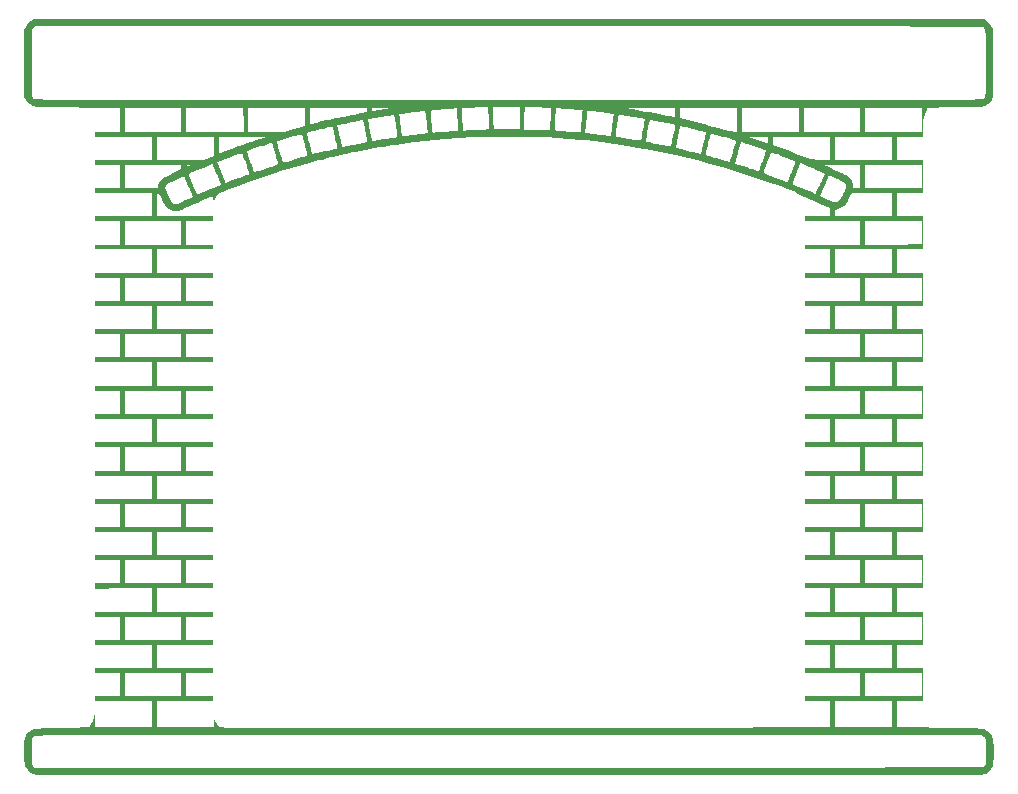
<source format=gbr>
G04 #@! TF.GenerationSoftware,KiCad,Pcbnew,7.0.8*
G04 #@! TF.CreationDate,2023-11-05T16:12:15+01:00*
G04 #@! TF.ProjectId,Front,46726f6e-742e-46b6-9963-61645f706362,rev?*
G04 #@! TF.SameCoordinates,Original*
G04 #@! TF.FileFunction,Legend,Top*
G04 #@! TF.FilePolarity,Positive*
%FSLAX46Y46*%
G04 Gerber Fmt 4.6, Leading zero omitted, Abs format (unit mm)*
G04 Created by KiCad (PCBNEW 7.0.8) date 2023-11-05 16:12:15*
%MOMM*%
%LPD*%
G01*
G04 APERTURE LIST*
G04 APERTURE END LIST*
G36*
X170291722Y-67998011D02*
G01*
X170466917Y-68118945D01*
X170637354Y-68282561D01*
X170778996Y-68462437D01*
X170867262Y-68630612D01*
X170879248Y-68678378D01*
X170889566Y-68752665D01*
X170898327Y-68859234D01*
X170905645Y-69003846D01*
X170911631Y-69192263D01*
X170916398Y-69430245D01*
X170920058Y-69723553D01*
X170922723Y-70077949D01*
X170924506Y-70499193D01*
X170925518Y-70993046D01*
X170925873Y-71565269D01*
X170925876Y-71637729D01*
X170925876Y-74478798D01*
X170814388Y-74716555D01*
X170673460Y-74943063D01*
X170480496Y-75119992D01*
X170245130Y-75250919D01*
X170199282Y-75268421D01*
X170141045Y-75283330D01*
X170062890Y-75296007D01*
X169957289Y-75306810D01*
X169816713Y-75316100D01*
X169633631Y-75324236D01*
X169400517Y-75331578D01*
X169109841Y-75338484D01*
X168754074Y-75345315D01*
X168325687Y-75352431D01*
X168021202Y-75357129D01*
X167599074Y-75364099D01*
X167192798Y-75371912D01*
X166812295Y-75380300D01*
X166467481Y-75388996D01*
X166168276Y-75397731D01*
X165924596Y-75406240D01*
X165746361Y-75414253D01*
X165646578Y-75421175D01*
X165328548Y-75454090D01*
X165315086Y-75594235D01*
X165281709Y-75721445D01*
X165216206Y-75858599D01*
X165199081Y-75885487D01*
X165132582Y-75993916D01*
X165081930Y-76106847D01*
X165044538Y-76238560D01*
X165017817Y-76403333D01*
X164999180Y-76615446D01*
X164986039Y-76889180D01*
X164979486Y-77097245D01*
X164958657Y-77849916D01*
X163860881Y-77849916D01*
X162763105Y-77849916D01*
X162763105Y-78825208D01*
X162763105Y-79800500D01*
X163865609Y-79800500D01*
X164968114Y-79800500D01*
X164968114Y-81221035D01*
X164968114Y-82641569D01*
X163865609Y-82641569D01*
X162763105Y-82641569D01*
X162763105Y-83616861D01*
X162763105Y-84592153D01*
X163865609Y-84592153D01*
X164968114Y-84592153D01*
X164968114Y-85991485D01*
X164968114Y-87390818D01*
X163865609Y-87390818D01*
X162763105Y-87390818D01*
X162763105Y-88387312D01*
X162763105Y-89383806D01*
X163865609Y-89383806D01*
X164968114Y-89383806D01*
X164968114Y-90783138D01*
X164968114Y-92182470D01*
X163865609Y-92182470D01*
X162763105Y-92182470D01*
X162763105Y-93178965D01*
X162763105Y-94175459D01*
X163865609Y-94175459D01*
X164968114Y-94175459D01*
X164968114Y-95574791D01*
X164968114Y-96974123D01*
X163865609Y-96974123D01*
X162763105Y-96974123D01*
X162763105Y-97970617D01*
X162763105Y-98967111D01*
X163865609Y-98967111D01*
X164968114Y-98967111D01*
X164968114Y-100366444D01*
X164968114Y-101765776D01*
X163865609Y-101765776D01*
X162763105Y-101765776D01*
X162763105Y-102741068D01*
X162763105Y-103716360D01*
X163865609Y-103716360D01*
X164968114Y-103716360D01*
X164968114Y-105136894D01*
X164968114Y-106557429D01*
X163865609Y-106557429D01*
X162763105Y-106557429D01*
X162763105Y-107532721D01*
X162763105Y-108508013D01*
X163865609Y-108508013D01*
X164968114Y-108508013D01*
X164968114Y-109928547D01*
X164968114Y-111349081D01*
X163865609Y-111349081D01*
X162763105Y-111349081D01*
X162763105Y-112324374D01*
X162763105Y-113299666D01*
X163865609Y-113299666D01*
X164968114Y-113299666D01*
X164968114Y-114698998D01*
X164968114Y-116098330D01*
X163865609Y-116098330D01*
X162763105Y-116098330D01*
X162763105Y-117094824D01*
X162763105Y-118091318D01*
X163865609Y-118091318D01*
X164968114Y-118091318D01*
X164968114Y-119490651D01*
X164968114Y-120889983D01*
X163865609Y-120889983D01*
X162763105Y-120889983D01*
X162763105Y-121886477D01*
X162763105Y-122882971D01*
X163865609Y-122882971D01*
X164968114Y-122882971D01*
X164968114Y-124282303D01*
X164968114Y-125681636D01*
X163865609Y-125681636D01*
X162763105Y-125681636D01*
X162763105Y-126761912D01*
X162763105Y-127842188D01*
X164300250Y-127862126D01*
X165143659Y-127873348D01*
X165906079Y-127884127D01*
X166591331Y-127894572D01*
X167203232Y-127904794D01*
X167745601Y-127914901D01*
X168222256Y-127925004D01*
X168637017Y-127935212D01*
X168993701Y-127945636D01*
X169296127Y-127956385D01*
X169548113Y-127967569D01*
X169753479Y-127979299D01*
X169916043Y-127991682D01*
X170039623Y-128004831D01*
X170128037Y-128018854D01*
X170177232Y-128031165D01*
X170440039Y-128158884D01*
X170662722Y-128352676D01*
X170829151Y-128597273D01*
X170868640Y-128685676D01*
X170898529Y-128766654D01*
X170921372Y-128846408D01*
X170938120Y-128937522D01*
X170949725Y-129052580D01*
X170957137Y-129204166D01*
X170961308Y-129404865D01*
X170963190Y-129667261D01*
X170963695Y-129943238D01*
X170963504Y-130266279D01*
X170961763Y-130517106D01*
X170957522Y-130708313D01*
X170949827Y-130852493D01*
X170937727Y-130962239D01*
X170920270Y-131050143D01*
X170896502Y-131128800D01*
X170868419Y-131203383D01*
X170728068Y-131451725D01*
X170527860Y-131659184D01*
X170286626Y-131808281D01*
X170169917Y-131851615D01*
X170151369Y-131855154D01*
X170118975Y-131858560D01*
X170071181Y-131861836D01*
X170006432Y-131864984D01*
X169923174Y-131868007D01*
X169819854Y-131870906D01*
X169694917Y-131873685D01*
X169546810Y-131876346D01*
X169373978Y-131878890D01*
X169174868Y-131881321D01*
X168947925Y-131883641D01*
X168691595Y-131885852D01*
X168404325Y-131887956D01*
X168084560Y-131889957D01*
X167730747Y-131891856D01*
X167341331Y-131893655D01*
X166914758Y-131895357D01*
X166449475Y-131896965D01*
X165943927Y-131898481D01*
X165396560Y-131899907D01*
X164805821Y-131901245D01*
X164170155Y-131902498D01*
X163488009Y-131903669D01*
X162757828Y-131904759D01*
X161978058Y-131905771D01*
X161147146Y-131906708D01*
X160263537Y-131907571D01*
X159325677Y-131908364D01*
X158332013Y-131909088D01*
X157280989Y-131909746D01*
X156171054Y-131910341D01*
X155000651Y-131910874D01*
X153768228Y-131911348D01*
X152472230Y-131911766D01*
X151111104Y-131912129D01*
X149683294Y-131912441D01*
X148187248Y-131912703D01*
X146621411Y-131912918D01*
X144984230Y-131913088D01*
X143274150Y-131913216D01*
X141489617Y-131913304D01*
X139629077Y-131913355D01*
X137690977Y-131913370D01*
X135673761Y-131913352D01*
X133575877Y-131913304D01*
X131395771Y-131913228D01*
X129902905Y-131913163D01*
X127642286Y-131913043D01*
X125464998Y-131912895D01*
X123369561Y-131912718D01*
X121354497Y-131912508D01*
X119418328Y-131912264D01*
X117559575Y-131911984D01*
X115776761Y-131911665D01*
X114068406Y-131911306D01*
X112433033Y-131910903D01*
X110869164Y-131910456D01*
X109375319Y-131909961D01*
X107950021Y-131909417D01*
X106591792Y-131908821D01*
X105299153Y-131908172D01*
X104070626Y-131907466D01*
X102904732Y-131906703D01*
X101799993Y-131905879D01*
X100754931Y-131904993D01*
X99768068Y-131904042D01*
X98837926Y-131903025D01*
X97963025Y-131901938D01*
X97141888Y-131900781D01*
X96373037Y-131899550D01*
X95654993Y-131898243D01*
X94986277Y-131896859D01*
X94365412Y-131895396D01*
X93790920Y-131893850D01*
X93261321Y-131892220D01*
X92775138Y-131890504D01*
X92330893Y-131888699D01*
X91927106Y-131886803D01*
X91562300Y-131884815D01*
X91234997Y-131882732D01*
X90943718Y-131880551D01*
X90686985Y-131878271D01*
X90463319Y-131875890D01*
X90271243Y-131873405D01*
X90109277Y-131870814D01*
X89975945Y-131868115D01*
X89869766Y-131865306D01*
X89789264Y-131862384D01*
X89732960Y-131859348D01*
X89699375Y-131856195D01*
X89689027Y-131854082D01*
X89403985Y-131709605D01*
X89173445Y-131501800D01*
X89003945Y-131237202D01*
X88956554Y-131122155D01*
X88935927Y-131035834D01*
X88930623Y-130990617D01*
X89531386Y-130990617D01*
X89675559Y-131134791D01*
X89819733Y-131278965D01*
X129897865Y-131278965D01*
X132130989Y-131278955D01*
X134280861Y-131278924D01*
X136349038Y-131278869D01*
X138337077Y-131278787D01*
X140246534Y-131278678D01*
X142078966Y-131278536D01*
X143835929Y-131278361D01*
X145518980Y-131278150D01*
X147129676Y-131277900D01*
X148669572Y-131277609D01*
X150140226Y-131277274D01*
X151543194Y-131276893D01*
X152880033Y-131276463D01*
X154152299Y-131275982D01*
X155361549Y-131275448D01*
X156509339Y-131274857D01*
X157597226Y-131274208D01*
X158626766Y-131273497D01*
X159599517Y-131272723D01*
X160517034Y-131271882D01*
X161380874Y-131270973D01*
X162192594Y-131269993D01*
X162953750Y-131268940D01*
X163665899Y-131267810D01*
X164330597Y-131266602D01*
X164949401Y-131265312D01*
X165523868Y-131263939D01*
X166055553Y-131262480D01*
X166546014Y-131260933D01*
X166996808Y-131259294D01*
X167409490Y-131257562D01*
X167785617Y-131255734D01*
X168126746Y-131253807D01*
X168434433Y-131251780D01*
X168710235Y-131249648D01*
X168955709Y-131247411D01*
X169172411Y-131245066D01*
X169361897Y-131242609D01*
X169525725Y-131240039D01*
X169665450Y-131237353D01*
X169782629Y-131234549D01*
X169878819Y-131231624D01*
X169955577Y-131228575D01*
X170014458Y-131225401D01*
X170057020Y-131222098D01*
X170084819Y-131218664D01*
X170099412Y-131215097D01*
X170100386Y-131214641D01*
X170175552Y-131170695D01*
X170234218Y-131118891D01*
X170278403Y-131048823D01*
X170310125Y-130950087D01*
X170331402Y-130812279D01*
X170344254Y-130624994D01*
X170350697Y-130377829D01*
X170352751Y-130060379D01*
X170352797Y-129913541D01*
X170351854Y-129574224D01*
X170348090Y-129308721D01*
X170339382Y-129106040D01*
X170323604Y-128955191D01*
X170298633Y-128845181D01*
X170262345Y-128765020D01*
X170212616Y-128703717D01*
X170147322Y-128650280D01*
X170102711Y-128619386D01*
X169959245Y-128522704D01*
X129955973Y-128522704D01*
X127711929Y-128522717D01*
X125551169Y-128522756D01*
X123472171Y-128522824D01*
X121473411Y-128522924D01*
X119553366Y-128523057D01*
X117710513Y-128523226D01*
X115943328Y-128523433D01*
X114250289Y-128523680D01*
X112629871Y-128523970D01*
X111080552Y-128524305D01*
X109600809Y-128524688D01*
X108189118Y-128525120D01*
X106843956Y-128525604D01*
X105563800Y-128526141D01*
X104347126Y-128526736D01*
X103192411Y-128527389D01*
X102098133Y-128528103D01*
X101062767Y-128528880D01*
X100084790Y-128529723D01*
X99162680Y-128530634D01*
X98294913Y-128531615D01*
X97479965Y-128532668D01*
X96716314Y-128533796D01*
X96002436Y-128535001D01*
X95336808Y-128536285D01*
X94717906Y-128537651D01*
X94144208Y-128539101D01*
X93614191Y-128540637D01*
X93126330Y-128542261D01*
X92679103Y-128543976D01*
X92270986Y-128545784D01*
X91900456Y-128547687D01*
X91565991Y-128549688D01*
X91266066Y-128551789D01*
X90999158Y-128553991D01*
X90763745Y-128556299D01*
X90558303Y-128558713D01*
X90381308Y-128561236D01*
X90231237Y-128563870D01*
X90106568Y-128566618D01*
X90005777Y-128569482D01*
X89927340Y-128572464D01*
X89869735Y-128575566D01*
X89831437Y-128578791D01*
X89810925Y-128582141D01*
X89808466Y-128582970D01*
X89728631Y-128620818D01*
X89665754Y-128666599D01*
X89617823Y-128730208D01*
X89582826Y-128821537D01*
X89558750Y-128950482D01*
X89543584Y-129126937D01*
X89535314Y-129360797D01*
X89531930Y-129661955D01*
X89531386Y-129945373D01*
X89531386Y-130990617D01*
X88930623Y-130990617D01*
X88920160Y-130901428D01*
X88908831Y-130710660D01*
X88901515Y-130455249D01*
X88897790Y-130126917D01*
X88897187Y-129961536D01*
X88898041Y-129583768D01*
X88903684Y-129279582D01*
X88916402Y-129037788D01*
X88938480Y-128847198D01*
X88972203Y-128696622D01*
X89019858Y-128574870D01*
X89083728Y-128470754D01*
X89166101Y-128373084D01*
X89236035Y-128302518D01*
X89312646Y-128229363D01*
X89384331Y-128167437D01*
X89458668Y-128115672D01*
X89543233Y-128073004D01*
X89645604Y-128038365D01*
X89773356Y-128010691D01*
X89934068Y-127988914D01*
X90135316Y-127971968D01*
X90384677Y-127958789D01*
X90689727Y-127948309D01*
X91058045Y-127939462D01*
X91497206Y-127931183D01*
X91927212Y-127923874D01*
X92344930Y-127916414D01*
X92744937Y-127908397D01*
X93117555Y-127900077D01*
X93453108Y-127891710D01*
X93741919Y-127883550D01*
X93974312Y-127875852D01*
X94140609Y-127868873D01*
X94227629Y-127863233D01*
X94372459Y-127846110D01*
X94452015Y-127825155D01*
X94485633Y-127790765D01*
X94492652Y-127733338D01*
X94492654Y-127731634D01*
X94518012Y-127629564D01*
X94580537Y-127512491D01*
X94595755Y-127491390D01*
X94717141Y-127294929D01*
X94798101Y-127066724D01*
X94830964Y-126911352D01*
X94844640Y-126854000D01*
X94854862Y-126863276D01*
X94862124Y-126943971D01*
X94866924Y-127100874D01*
X94869303Y-127282387D01*
X94874290Y-127844240D01*
X97291319Y-127844240D01*
X99708347Y-127844240D01*
X100132387Y-127844240D01*
X102528214Y-127844240D01*
X104924040Y-127844240D01*
X104927685Y-127430801D01*
X104932109Y-127248003D01*
X104941181Y-127137954D01*
X104954357Y-127105304D01*
X104963660Y-127123646D01*
X105064444Y-127358346D01*
X105204991Y-127553566D01*
X105238041Y-127586607D01*
X105312667Y-127676973D01*
X105347704Y-127760063D01*
X105348080Y-127766824D01*
X105365197Y-127817465D01*
X105430129Y-127841792D01*
X105528297Y-127848467D01*
X105670290Y-127859342D01*
X105794039Y-127880914D01*
X105814524Y-127886720D01*
X105862433Y-127888589D01*
X105992285Y-127890356D01*
X106201213Y-127892022D01*
X106486353Y-127893589D01*
X106844838Y-127895058D01*
X107273804Y-127896430D01*
X107770384Y-127897706D01*
X108331714Y-127898887D01*
X108954927Y-127899976D01*
X109637158Y-127900972D01*
X110375541Y-127901878D01*
X111167211Y-127902694D01*
X112009303Y-127903421D01*
X112898950Y-127904062D01*
X113833288Y-127904616D01*
X114809450Y-127905086D01*
X115824572Y-127905473D01*
X116875787Y-127905777D01*
X117960230Y-127906001D01*
X119075036Y-127906144D01*
X120217338Y-127906210D01*
X121384272Y-127906198D01*
X122572972Y-127906110D01*
X123780572Y-127905947D01*
X125004207Y-127905710D01*
X126241011Y-127905401D01*
X127488118Y-127905022D01*
X128742664Y-127904572D01*
X130001782Y-127904053D01*
X131262608Y-127903468D01*
X132522274Y-127902816D01*
X133777917Y-127902099D01*
X135026670Y-127901318D01*
X136265668Y-127900475D01*
X137492045Y-127899570D01*
X138702935Y-127898606D01*
X139895474Y-127897583D01*
X141066795Y-127896502D01*
X142214034Y-127895365D01*
X143334324Y-127894172D01*
X144424799Y-127892926D01*
X145482596Y-127891628D01*
X146504847Y-127890277D01*
X147488687Y-127888877D01*
X148431251Y-127887428D01*
X149329673Y-127885931D01*
X150181088Y-127884387D01*
X150982630Y-127882799D01*
X151731433Y-127881166D01*
X152424633Y-127879490D01*
X153059362Y-127877773D01*
X153632757Y-127876016D01*
X154141951Y-127874219D01*
X154584079Y-127872385D01*
X154956275Y-127870514D01*
X155255674Y-127868607D01*
X155479409Y-127866667D01*
X155586227Y-127865338D01*
X157123372Y-127842163D01*
X157123372Y-126761899D01*
X157123372Y-125681636D01*
X157547412Y-125681636D01*
X157547412Y-126762938D01*
X157547412Y-127844240D01*
X159943239Y-127844240D01*
X162339065Y-127844240D01*
X162339065Y-126762938D01*
X162339065Y-125681636D01*
X159943239Y-125681636D01*
X157547412Y-125681636D01*
X157123372Y-125681636D01*
X156042070Y-125681636D01*
X154960768Y-125681636D01*
X154960768Y-125469616D01*
X154960768Y-125257596D01*
X157314190Y-125257596D01*
X159667613Y-125257596D01*
X159667613Y-124282303D01*
X159667613Y-123307011D01*
X160091653Y-123307011D01*
X160091653Y-124282303D01*
X160091653Y-125257596D01*
X162508681Y-125257596D01*
X164925710Y-125257596D01*
X164925710Y-124282303D01*
X164925710Y-123307011D01*
X162508681Y-123307011D01*
X160091653Y-123307011D01*
X159667613Y-123307011D01*
X157314190Y-123307011D01*
X154960768Y-123307011D01*
X154960768Y-123094991D01*
X154960768Y-122882971D01*
X156042070Y-122882971D01*
X157123372Y-122882971D01*
X157123372Y-121886477D01*
X157123372Y-120889983D01*
X157547412Y-120889983D01*
X157547412Y-121886477D01*
X157547412Y-122882971D01*
X159943239Y-122882971D01*
X162339065Y-122882971D01*
X162339065Y-121886477D01*
X162339065Y-120889983D01*
X159943239Y-120889983D01*
X157547412Y-120889983D01*
X157123372Y-120889983D01*
X156042070Y-120889983D01*
X154960768Y-120889983D01*
X154960768Y-120677963D01*
X154960768Y-120465943D01*
X157314190Y-120465943D01*
X159667613Y-120465943D01*
X159667613Y-119490651D01*
X159667613Y-118515359D01*
X160091653Y-118515359D01*
X160091653Y-119490651D01*
X160091653Y-120465943D01*
X162508681Y-120465943D01*
X164925710Y-120465943D01*
X164925710Y-119490651D01*
X164925710Y-118515359D01*
X162508681Y-118515359D01*
X160091653Y-118515359D01*
X159667613Y-118515359D01*
X157314190Y-118515359D01*
X154960768Y-118515359D01*
X154960768Y-118303338D01*
X154960768Y-118091318D01*
X156042070Y-118091318D01*
X157123372Y-118091318D01*
X157123372Y-117094824D01*
X157123372Y-116098330D01*
X157547412Y-116098330D01*
X157547412Y-117094824D01*
X157547412Y-118091318D01*
X159943239Y-118091318D01*
X162339065Y-118091318D01*
X162339065Y-117094824D01*
X162339065Y-116098330D01*
X159943239Y-116098330D01*
X157547412Y-116098330D01*
X157123372Y-116098330D01*
X156042070Y-116098330D01*
X154960768Y-116098330D01*
X154960768Y-115886310D01*
X154960768Y-115674290D01*
X157314190Y-115674290D01*
X159667613Y-115674290D01*
X159667613Y-114698998D01*
X159667613Y-113723706D01*
X160091653Y-113723706D01*
X160091653Y-114698998D01*
X160091653Y-115674290D01*
X162508681Y-115674290D01*
X164925710Y-115674290D01*
X164925710Y-114698998D01*
X164925710Y-113723706D01*
X162508681Y-113723706D01*
X160091653Y-113723706D01*
X159667613Y-113723706D01*
X157314190Y-113723706D01*
X154960768Y-113723706D01*
X154960768Y-113511686D01*
X154960768Y-113299666D01*
X156042070Y-113299666D01*
X157123372Y-113299666D01*
X157123372Y-112324374D01*
X157123372Y-111349081D01*
X157547412Y-111349081D01*
X157547412Y-112324374D01*
X157547412Y-113299666D01*
X159943239Y-113299666D01*
X162339065Y-113299666D01*
X162339065Y-112324374D01*
X162339065Y-111349081D01*
X159943239Y-111349081D01*
X157547412Y-111349081D01*
X157123372Y-111349081D01*
X156042070Y-111349081D01*
X154960768Y-111349081D01*
X154960768Y-111137061D01*
X154960768Y-110925041D01*
X157314190Y-110925041D01*
X159667613Y-110925041D01*
X159667613Y-109928547D01*
X159667613Y-108932053D01*
X160091653Y-108932053D01*
X160091653Y-109928897D01*
X160091653Y-110925742D01*
X162498080Y-110914790D01*
X164904507Y-110903839D01*
X164915890Y-109917946D01*
X164927273Y-108932053D01*
X162509463Y-108932053D01*
X160091653Y-108932053D01*
X159667613Y-108932053D01*
X157314190Y-108932053D01*
X154960768Y-108932053D01*
X154960768Y-108720033D01*
X154960768Y-108508013D01*
X156042070Y-108508013D01*
X157123372Y-108508013D01*
X157123372Y-107532721D01*
X157123372Y-106557429D01*
X157547412Y-106557429D01*
X157547412Y-107532721D01*
X157547412Y-108508013D01*
X159943239Y-108508013D01*
X162339065Y-108508013D01*
X162339065Y-107532721D01*
X162339065Y-106557429D01*
X159943239Y-106557429D01*
X157547412Y-106557429D01*
X157123372Y-106557429D01*
X156042070Y-106557429D01*
X154960768Y-106557429D01*
X154960768Y-106345409D01*
X154960768Y-106133389D01*
X157314190Y-106133389D01*
X159667613Y-106133389D01*
X159667613Y-105136894D01*
X159667613Y-104140400D01*
X157314190Y-104140400D01*
X154960768Y-104140400D01*
X154960768Y-104139700D01*
X160091653Y-104139700D01*
X160091653Y-105136544D01*
X160091653Y-106133389D01*
X162509463Y-106133389D01*
X164927273Y-106133389D01*
X164915890Y-105147495D01*
X164904507Y-104161602D01*
X162498080Y-104150651D01*
X160091653Y-104139700D01*
X154960768Y-104139700D01*
X154960768Y-103928380D01*
X154960768Y-103716360D01*
X156042070Y-103716360D01*
X157123372Y-103716360D01*
X157123372Y-102741068D01*
X157123372Y-101765776D01*
X157547412Y-101765776D01*
X157547412Y-102741068D01*
X157547412Y-103716360D01*
X159943239Y-103716360D01*
X162339065Y-103716360D01*
X162339065Y-102741068D01*
X162339065Y-101765776D01*
X159943239Y-101765776D01*
X157547412Y-101765776D01*
X157123372Y-101765776D01*
X156042070Y-101765776D01*
X154960768Y-101765776D01*
X154960768Y-101553756D01*
X154960768Y-101341736D01*
X157314190Y-101341736D01*
X159667613Y-101341736D01*
X159667613Y-100366444D01*
X159667613Y-99391151D01*
X160091653Y-99391151D01*
X160091653Y-100366444D01*
X160091653Y-101341736D01*
X162508681Y-101341736D01*
X164925710Y-101341736D01*
X164925710Y-100366444D01*
X164925710Y-99391151D01*
X162508681Y-99391151D01*
X160091653Y-99391151D01*
X159667613Y-99391151D01*
X157314190Y-99391151D01*
X154960768Y-99391151D01*
X154960768Y-99179131D01*
X154960768Y-98967111D01*
X156042070Y-98967111D01*
X157123372Y-98967111D01*
X157123372Y-97970617D01*
X157123372Y-96974123D01*
X157547412Y-96974123D01*
X157547412Y-97970233D01*
X157547412Y-98966342D01*
X159943239Y-98966380D01*
X162339065Y-98966418D01*
X162339065Y-97970271D01*
X162339065Y-96974123D01*
X159943239Y-96974123D01*
X157547412Y-96974123D01*
X157123372Y-96974123D01*
X156042070Y-96974123D01*
X154960768Y-96974123D01*
X154960768Y-96762103D01*
X154960768Y-96550083D01*
X157314190Y-96550083D01*
X159667613Y-96550083D01*
X159667613Y-95574791D01*
X159667613Y-94599499D01*
X160091653Y-94599499D01*
X160091653Y-95574791D01*
X160091653Y-96550083D01*
X162508681Y-96550083D01*
X164925710Y-96550083D01*
X164925710Y-95574791D01*
X164925710Y-94599499D01*
X162508681Y-94599499D01*
X160091653Y-94599499D01*
X159667613Y-94599499D01*
X157314190Y-94599499D01*
X154960768Y-94599499D01*
X154960768Y-94387479D01*
X154960768Y-94175459D01*
X156042070Y-94175459D01*
X157123372Y-94175459D01*
X157123372Y-93178965D01*
X157123372Y-92182470D01*
X157547412Y-92182470D01*
X157547412Y-93178965D01*
X157547412Y-94175459D01*
X159943239Y-94175459D01*
X162339065Y-94175459D01*
X162339065Y-93178965D01*
X162339065Y-92182470D01*
X159943239Y-92182470D01*
X157547412Y-92182470D01*
X157123372Y-92182470D01*
X156042070Y-92182470D01*
X154960768Y-92182470D01*
X154960768Y-91970450D01*
X154960768Y-91758430D01*
X157314190Y-91758430D01*
X159667613Y-91758430D01*
X159667613Y-90783138D01*
X159667613Y-89807846D01*
X160091653Y-89807846D01*
X160091653Y-90783138D01*
X160091653Y-91758430D01*
X162508681Y-91758430D01*
X164925710Y-91758430D01*
X164925710Y-90783138D01*
X164925710Y-89807846D01*
X162508681Y-89807846D01*
X160091653Y-89807846D01*
X159667613Y-89807846D01*
X157314190Y-89807846D01*
X154960768Y-89807846D01*
X154960768Y-89595826D01*
X154960768Y-89383806D01*
X156042070Y-89383806D01*
X157123372Y-89383806D01*
X157547412Y-89383806D01*
X159943239Y-89383806D01*
X162339065Y-89383806D01*
X162339065Y-88388005D01*
X162339065Y-87392203D01*
X159943239Y-87392280D01*
X157547412Y-87392356D01*
X157547412Y-88388081D01*
X157547412Y-89383806D01*
X157123372Y-89383806D01*
X157123372Y-88387312D01*
X157123372Y-87390818D01*
X156042070Y-87390818D01*
X154960768Y-87390818D01*
X154960768Y-87200000D01*
X154960768Y-87009182D01*
X157314190Y-87009182D01*
X159667613Y-87009182D01*
X159667613Y-86012687D01*
X159667613Y-85016193D01*
X160091653Y-85016193D01*
X160091653Y-86013038D01*
X160091653Y-87009882D01*
X162498080Y-86998931D01*
X164904507Y-86987980D01*
X164915890Y-86002086D01*
X164927273Y-85016193D01*
X162509463Y-85016193D01*
X160091653Y-85016193D01*
X159667613Y-85016193D01*
X157314190Y-85016193D01*
X154960768Y-85016193D01*
X154960768Y-84804173D01*
X154960768Y-84592153D01*
X156042070Y-84592153D01*
X157123372Y-84592153D01*
X157547412Y-84592153D01*
X159943239Y-84592153D01*
X162339065Y-84592153D01*
X162339065Y-83616861D01*
X162339065Y-82641569D01*
X160640951Y-82641569D01*
X158942836Y-82641569D01*
X158767130Y-83012604D01*
X158613301Y-83317287D01*
X158470005Y-83551057D01*
X158326062Y-83724981D01*
X158170288Y-83850125D01*
X157991500Y-83937557D01*
X157778518Y-83998345D01*
X157769072Y-84000391D01*
X157547412Y-84047929D01*
X157547412Y-84320041D01*
X157547412Y-84592153D01*
X157123372Y-84592153D01*
X157123372Y-84258061D01*
X157123372Y-83923969D01*
X156519115Y-83646860D01*
X156258682Y-83528577D01*
X155952307Y-83391241D01*
X155632041Y-83249114D01*
X155329931Y-83116461D01*
X155222278Y-83069651D01*
X154989139Y-82966859D01*
X154775903Y-82869553D01*
X154757467Y-82860794D01*
X156281496Y-82860794D01*
X156798380Y-83104727D01*
X156994325Y-83196841D01*
X157166048Y-83276899D01*
X157297218Y-83337337D01*
X157371506Y-83370589D01*
X157378333Y-83373403D01*
X157535463Y-83400647D01*
X157712819Y-83382631D01*
X157850023Y-83331074D01*
X157917155Y-83274388D01*
X157992589Y-83174199D01*
X158083177Y-83019653D01*
X158195769Y-82799894D01*
X158231387Y-82726817D01*
X158360791Y-82444361D01*
X158441583Y-82221166D01*
X158471109Y-82045217D01*
X158446720Y-81904501D01*
X158365763Y-81787003D01*
X158225586Y-81680710D01*
X158023537Y-81573609D01*
X157971452Y-81549175D01*
X157767209Y-81454904D01*
X157541668Y-81350989D01*
X157350530Y-81263087D01*
X157047637Y-81123984D01*
X156664566Y-81992389D01*
X156281496Y-82860794D01*
X154757467Y-82860794D01*
X154597883Y-82784976D01*
X154470391Y-82720368D01*
X154414997Y-82687876D01*
X154331948Y-82637443D01*
X154204999Y-82574278D01*
X154028660Y-82496156D01*
X153797439Y-82400851D01*
X153505846Y-82286136D01*
X153148390Y-82149786D01*
X152719579Y-81989575D01*
X152416528Y-81877672D01*
X152373130Y-81862528D01*
X153933012Y-81862528D01*
X153933381Y-81868452D01*
X153979514Y-81887643D01*
X154092477Y-81935439D01*
X154261123Y-82007099D01*
X154474304Y-82097881D01*
X154720873Y-82203046D01*
X154897162Y-82278320D01*
X155160748Y-82390237D01*
X155399483Y-82490308D01*
X155601977Y-82573863D01*
X155756836Y-82636230D01*
X155852670Y-82672742D01*
X155877979Y-82680402D01*
X155908473Y-82644390D01*
X155966682Y-82541662D01*
X156046967Y-82383473D01*
X156143689Y-82181078D01*
X156251208Y-81945735D01*
X156291418Y-81855235D01*
X156399500Y-81608611D01*
X156494901Y-81387926D01*
X156572606Y-81205031D01*
X156627599Y-81071778D01*
X156654864Y-81000015D01*
X156656928Y-80991630D01*
X156619760Y-80964147D01*
X156516603Y-80910237D01*
X156359980Y-80835297D01*
X156162411Y-80744721D01*
X155936420Y-80643906D01*
X155694528Y-80538246D01*
X155449257Y-80433137D01*
X155213129Y-80333974D01*
X154998666Y-80246152D01*
X154961535Y-80231511D01*
X156550918Y-80231511D01*
X156868948Y-80378713D01*
X157014941Y-80445904D01*
X157217846Y-80538757D01*
X157457305Y-80647984D01*
X157712959Y-80764296D01*
X157900130Y-80849252D01*
X158163960Y-80970503D01*
X158363133Y-81066907D01*
X158511205Y-81146408D01*
X158621731Y-81216953D01*
X158708267Y-81286485D01*
X158784369Y-81362951D01*
X158793210Y-81372710D01*
X158966082Y-81617873D01*
X159057304Y-81880166D01*
X159073957Y-82063433D01*
X159073957Y-82217529D01*
X159370785Y-82217529D01*
X159667613Y-82217529D01*
X159667613Y-81221035D01*
X159667613Y-80224540D01*
X160091653Y-80224540D01*
X160091653Y-81221035D01*
X160091653Y-82217529D01*
X162508681Y-82217529D01*
X164925710Y-82217529D01*
X164925710Y-81221035D01*
X164925710Y-80224540D01*
X162508681Y-80224540D01*
X160091653Y-80224540D01*
X159667613Y-80224540D01*
X158109265Y-80228026D01*
X156550918Y-80231511D01*
X154961535Y-80231511D01*
X154818389Y-80175068D01*
X154684821Y-80126115D01*
X154610483Y-80104691D01*
X154599846Y-80105286D01*
X154574589Y-80154135D01*
X154526691Y-80266350D01*
X154461342Y-80428203D01*
X154383730Y-80625965D01*
X154299045Y-80845906D01*
X154212477Y-81074299D01*
X154129215Y-81297415D01*
X154054448Y-81501524D01*
X153993365Y-81672899D01*
X153951157Y-81797809D01*
X153933012Y-81862528D01*
X152373130Y-81862528D01*
X150378896Y-81166629D01*
X149506931Y-80894280D01*
X151517190Y-80894280D01*
X151552532Y-80928695D01*
X151667493Y-80988726D01*
X151860995Y-81073899D01*
X152131961Y-81183743D01*
X152479315Y-81317785D01*
X152501336Y-81326123D01*
X152774446Y-81429231D01*
X153020659Y-81521789D01*
X153229084Y-81599737D01*
X153388833Y-81659012D01*
X153489016Y-81695554D01*
X153519032Y-81705700D01*
X153539888Y-81668794D01*
X153586330Y-81564066D01*
X153653638Y-81402901D01*
X153737091Y-81196687D01*
X153831970Y-80956810D01*
X153871089Y-80856489D01*
X153967891Y-80603510D01*
X154052111Y-80376181D01*
X154119466Y-80186672D01*
X154165675Y-80047149D01*
X154186453Y-79969782D01*
X154186840Y-79959350D01*
X154145787Y-79935238D01*
X154038101Y-79886787D01*
X153876714Y-79819011D01*
X153674560Y-79736922D01*
X153444571Y-79645532D01*
X153199681Y-79549855D01*
X152952823Y-79454901D01*
X152716931Y-79365685D01*
X152504937Y-79287219D01*
X152329775Y-79224514D01*
X152204378Y-79182584D01*
X152141679Y-79166441D01*
X152140901Y-79166408D01*
X152118718Y-79203994D01*
X152074397Y-79307918D01*
X152012989Y-79464188D01*
X151939546Y-79658810D01*
X151859118Y-79877793D01*
X151776757Y-80107142D01*
X151697513Y-80332864D01*
X151626438Y-80540968D01*
X151568583Y-80717459D01*
X151528999Y-80848345D01*
X151517190Y-80894280D01*
X149506931Y-80894280D01*
X148308077Y-80519831D01*
X146918642Y-80134862D01*
X149037172Y-80134862D01*
X150058987Y-80469283D01*
X150337635Y-80559595D01*
X150589004Y-80639377D01*
X150802108Y-80705277D01*
X150965956Y-80753947D01*
X151069561Y-80782035D01*
X151102003Y-80787267D01*
X151121731Y-80744141D01*
X151164930Y-80632812D01*
X151227206Y-80465174D01*
X151304160Y-80253124D01*
X151391396Y-80008555D01*
X151424546Y-79914630D01*
X151512728Y-79660629D01*
X151589180Y-79433760D01*
X151650018Y-79246104D01*
X151691362Y-79109746D01*
X151709329Y-79036767D01*
X151709323Y-79028331D01*
X151666498Y-79007528D01*
X151556362Y-78965623D01*
X151391857Y-78906896D01*
X151185929Y-78835630D01*
X150951518Y-78756106D01*
X150701569Y-78672607D01*
X150449025Y-78589414D01*
X150206828Y-78510809D01*
X149987923Y-78441073D01*
X149805251Y-78384489D01*
X149671756Y-78345338D01*
X149600381Y-78327902D01*
X149592155Y-78327934D01*
X149575869Y-78371375D01*
X149539056Y-78484225D01*
X149485431Y-78654620D01*
X149418707Y-78870698D01*
X149342599Y-79120597D01*
X149306772Y-79239290D01*
X149037172Y-80134862D01*
X146918642Y-80134862D01*
X146214084Y-79939651D01*
X144106931Y-79428463D01*
X144055347Y-79417712D01*
X146594479Y-79417712D01*
X146595092Y-79418478D01*
X146645509Y-79438618D01*
X146763255Y-79476126D01*
X146933686Y-79526619D01*
X147142159Y-79585713D01*
X147285643Y-79625170D01*
X147540327Y-79695351D01*
X147794930Y-79767171D01*
X148025346Y-79833719D01*
X148207468Y-79888087D01*
X148260935Y-79904730D01*
X148416708Y-79952897D01*
X148542295Y-79989422D01*
X148614899Y-80007732D01*
X148621369Y-80008654D01*
X148645242Y-79970745D01*
X148688521Y-79862905D01*
X148747193Y-79696714D01*
X148817248Y-79483751D01*
X148894672Y-79235595D01*
X148931036Y-79114902D01*
X149025116Y-78793247D01*
X149093171Y-78546159D01*
X149136539Y-78367934D01*
X149156558Y-78252868D01*
X149154568Y-78195255D01*
X149148648Y-78187436D01*
X149080975Y-78159292D01*
X148949144Y-78115751D01*
X148766493Y-78060393D01*
X148546358Y-77996799D01*
X148302078Y-77928550D01*
X148046989Y-77859226D01*
X148037074Y-77856603D01*
X150190317Y-77856603D01*
X151038397Y-78146744D01*
X151290294Y-78232909D01*
X151513437Y-78309214D01*
X151695948Y-78371599D01*
X151825950Y-78416005D01*
X151891564Y-78438371D01*
X151897078Y-78440229D01*
X151902298Y-78403141D01*
X151906083Y-78302383D01*
X151907670Y-78159090D01*
X151907679Y-78146744D01*
X151907679Y-77849916D01*
X152331720Y-77849916D01*
X152332533Y-78220951D01*
X152333346Y-78591986D01*
X153208390Y-78910016D01*
X153522991Y-79026084D01*
X153864445Y-79154984D01*
X154205656Y-79286295D01*
X154519528Y-79409594D01*
X154765924Y-79509082D01*
X155448414Y-79790118D01*
X156285893Y-79795309D01*
X157123372Y-79800500D01*
X157123372Y-78825208D01*
X157123372Y-77849916D01*
X157547412Y-77849916D01*
X157547412Y-78825208D01*
X157547412Y-79800500D01*
X159943239Y-79800500D01*
X162339065Y-79800500D01*
X162339065Y-78825208D01*
X162339065Y-77849916D01*
X159943239Y-77849916D01*
X157547412Y-77849916D01*
X157123372Y-77849916D01*
X154727546Y-77849916D01*
X152331720Y-77849916D01*
X151907679Y-77849916D01*
X151048998Y-77853260D01*
X150190317Y-77856603D01*
X148037074Y-77856603D01*
X147794427Y-77792409D01*
X147557732Y-77731678D01*
X147350238Y-77680615D01*
X147185285Y-77642801D01*
X147076208Y-77621817D01*
X147036703Y-77620418D01*
X147012631Y-77676198D01*
X146974560Y-77797365D01*
X146926081Y-77969295D01*
X146870785Y-78177369D01*
X146812263Y-78406965D01*
X146754106Y-78643462D01*
X146699904Y-78872238D01*
X146653250Y-79078672D01*
X146617734Y-79248143D01*
X146596947Y-79366030D01*
X146594479Y-79417712D01*
X144055347Y-79417712D01*
X141996632Y-78988640D01*
X140892323Y-78796444D01*
X144067068Y-78796444D01*
X144067695Y-78798010D01*
X144115139Y-78813636D01*
X144231197Y-78845106D01*
X144401887Y-78889033D01*
X144613224Y-78942028D01*
X144851225Y-79000705D01*
X145101907Y-79061676D01*
X145351285Y-79121554D01*
X145585376Y-79176950D01*
X145790196Y-79224478D01*
X145951762Y-79260750D01*
X146056089Y-79282378D01*
X146086095Y-79286959D01*
X146154670Y-79271693D01*
X146199373Y-79203713D01*
X146221234Y-79132637D01*
X146245518Y-79038315D01*
X146286141Y-78879479D01*
X146338587Y-78673822D01*
X146398344Y-78439037D01*
X146440297Y-78273956D01*
X146500038Y-78040105D01*
X146553425Y-77833703D01*
X146596632Y-77669337D01*
X146625834Y-77561591D01*
X146636285Y-77526604D01*
X146627112Y-77503640D01*
X146579072Y-77475595D01*
X146485601Y-77440588D01*
X146340136Y-77396738D01*
X146136114Y-77342165D01*
X145866972Y-77274987D01*
X145526146Y-77193325D01*
X145234921Y-77125025D01*
X144929107Y-77056519D01*
X144696183Y-77010409D01*
X144538693Y-76987124D01*
X144459185Y-76987096D01*
X144450383Y-76992438D01*
X144433048Y-77046313D01*
X144402896Y-77166164D01*
X144363031Y-77337342D01*
X144316558Y-77545195D01*
X144266583Y-77775074D01*
X144216210Y-78012327D01*
X144168546Y-78242304D01*
X144126694Y-78450355D01*
X144093760Y-78621829D01*
X144072850Y-78742075D01*
X144067068Y-78796444D01*
X140892323Y-78796444D01*
X139893201Y-78622555D01*
X137806652Y-78332581D01*
X137222454Y-78265346D01*
X141539468Y-78265346D01*
X141540399Y-78267388D01*
X141586376Y-78281842D01*
X141701566Y-78309838D01*
X141871990Y-78348456D01*
X142083666Y-78394772D01*
X142322614Y-78445868D01*
X142574853Y-78498821D01*
X142826402Y-78550710D01*
X143063280Y-78598614D01*
X143271507Y-78639612D01*
X143437102Y-78670783D01*
X143546084Y-78689205D01*
X143576573Y-78692830D01*
X143606278Y-78688291D01*
X143633171Y-78664110D01*
X143660403Y-78610230D01*
X143691125Y-78516597D01*
X143728488Y-78373152D01*
X143775645Y-78169841D01*
X143835746Y-77896606D01*
X143857330Y-77796911D01*
X143913193Y-77531646D01*
X143960370Y-77294555D01*
X143996621Y-77098035D01*
X144019705Y-76954485D01*
X144027379Y-76876304D01*
X144025613Y-76866091D01*
X143976299Y-76847594D01*
X143858070Y-76817200D01*
X143684435Y-76777550D01*
X143468905Y-76731286D01*
X143224988Y-76681047D01*
X142966194Y-76629476D01*
X142706033Y-76579214D01*
X142458014Y-76532902D01*
X142235647Y-76493180D01*
X142052441Y-76462690D01*
X141921906Y-76444073D01*
X141857551Y-76439971D01*
X141853460Y-76441433D01*
X141836891Y-76492217D01*
X141810279Y-76610615D01*
X141776172Y-76781757D01*
X141737122Y-76990774D01*
X141695676Y-77222796D01*
X141654384Y-77462953D01*
X141615796Y-77696377D01*
X141582461Y-77908198D01*
X141556928Y-78083546D01*
X141541747Y-78207552D01*
X141539468Y-78265346D01*
X137222454Y-78265346D01*
X137129883Y-78254692D01*
X136465794Y-78183359D01*
X135862208Y-78121330D01*
X135306977Y-78067973D01*
X134787952Y-78022658D01*
X134292984Y-77984755D01*
X133809926Y-77953631D01*
X133326628Y-77928657D01*
X132830944Y-77909202D01*
X132310723Y-77894634D01*
X131753819Y-77884322D01*
X131148081Y-77877637D01*
X130481363Y-77873947D01*
X129772788Y-77872636D01*
X129052189Y-77873238D01*
X128412298Y-77875870D01*
X127853767Y-77880523D01*
X127377248Y-77887185D01*
X126983391Y-77895848D01*
X126672849Y-77906503D01*
X126446273Y-77919138D01*
X126401669Y-77922706D01*
X126146258Y-77943574D01*
X125837713Y-77966733D01*
X125507589Y-77989927D01*
X125187438Y-78010903D01*
X125044741Y-78019630D01*
X124684420Y-78043710D01*
X124285767Y-78075016D01*
X123860981Y-78112214D01*
X123422258Y-78153973D01*
X122981798Y-78198958D01*
X122551796Y-78245837D01*
X122144452Y-78293276D01*
X121771962Y-78339943D01*
X121446524Y-78384504D01*
X121180336Y-78425627D01*
X120985595Y-78461977D01*
X120973957Y-78464530D01*
X120797571Y-78496784D01*
X120619938Y-78518362D01*
X120528715Y-78523474D01*
X120408671Y-78532608D01*
X120216151Y-78556768D01*
X119961774Y-78594018D01*
X119656156Y-78642422D01*
X119309918Y-78700047D01*
X118933677Y-78764956D01*
X118538051Y-78835214D01*
X118133660Y-78908887D01*
X117731121Y-78984040D01*
X117341053Y-79058736D01*
X116974075Y-79131042D01*
X116640804Y-79199022D01*
X116351860Y-79260740D01*
X116117860Y-79314262D01*
X115949423Y-79357653D01*
X115945956Y-79358645D01*
X115797418Y-79397125D01*
X115600043Y-79442667D01*
X115388479Y-79487408D01*
X115313022Y-79502286D01*
X115074504Y-79551894D01*
X114805085Y-79613530D01*
X114555293Y-79675532D01*
X114507346Y-79688237D01*
X114333211Y-79734966D01*
X114099263Y-79797569D01*
X113827649Y-79870129D01*
X113540516Y-79946729D01*
X113298831Y-80011118D01*
X112717891Y-80166938D01*
X112189194Y-80311580D01*
X111700042Y-80449049D01*
X111237741Y-80583352D01*
X110789591Y-80718494D01*
X110342897Y-80858480D01*
X109884962Y-81007317D01*
X109403088Y-81169010D01*
X108884578Y-81347564D01*
X108316737Y-81546985D01*
X107686866Y-81771280D01*
X107447078Y-81857236D01*
X107269794Y-81922582D01*
X107035278Y-82011507D01*
X106764909Y-82115770D01*
X106480067Y-82227129D01*
X106217362Y-82331257D01*
X105902974Y-82459249D01*
X105657297Y-82566640D01*
X105469033Y-82660954D01*
X105326885Y-82749713D01*
X105219554Y-82840441D01*
X105135742Y-82940661D01*
X105064152Y-83057896D01*
X105031600Y-83120840D01*
X104928502Y-83327731D01*
X104915670Y-83094246D01*
X104902838Y-82860762D01*
X104648414Y-82967759D01*
X104445899Y-83054535D01*
X104185819Y-83168369D01*
X103887396Y-83300625D01*
X103569850Y-83442668D01*
X103252401Y-83585863D01*
X102954271Y-83721574D01*
X102694678Y-83841165D01*
X102492845Y-83936003D01*
X102485810Y-83939367D01*
X102290562Y-84030506D01*
X102145451Y-84089567D01*
X102025308Y-84123480D01*
X101904964Y-84139173D01*
X101759250Y-84143575D01*
X101743740Y-84143655D01*
X101513585Y-84130648D01*
X101318107Y-84083985D01*
X101147182Y-83995260D01*
X100990683Y-83856066D01*
X100838486Y-83657994D01*
X100680464Y-83392638D01*
X100560297Y-83161018D01*
X100447956Y-82941290D01*
X100362796Y-82789492D01*
X100298280Y-82695736D01*
X100247870Y-82650135D01*
X100216868Y-82641569D01*
X100189869Y-82644634D01*
X100169332Y-82660627D01*
X100154375Y-82699741D01*
X100144115Y-82772170D01*
X100137670Y-82888108D01*
X100134156Y-83057750D01*
X100132689Y-83291289D01*
X100132388Y-83598919D01*
X100132387Y-83616861D01*
X100132387Y-84592153D01*
X102507012Y-84592153D01*
X104881636Y-84592153D01*
X104881636Y-84804173D01*
X104881636Y-85016193D01*
X103757930Y-85016193D01*
X102634224Y-85016193D01*
X102634224Y-86012687D01*
X102634224Y-87009182D01*
X103757930Y-87009182D01*
X104881636Y-87009182D01*
X104881636Y-87200000D01*
X104881636Y-87390818D01*
X103683723Y-87393257D01*
X103285598Y-87393760D01*
X102835648Y-87393814D01*
X102364506Y-87393449D01*
X101902807Y-87392695D01*
X101481187Y-87391581D01*
X101309098Y-87390956D01*
X100132387Y-87386217D01*
X100132387Y-88385011D01*
X100132387Y-89383806D01*
X102507012Y-89383806D01*
X104881636Y-89383806D01*
X104881636Y-89595826D01*
X104881636Y-89807846D01*
X103757930Y-89807846D01*
X102634224Y-89807846D01*
X102634224Y-90783138D01*
X102634224Y-91758430D01*
X103757930Y-91758430D01*
X104881636Y-91758430D01*
X104881636Y-91970450D01*
X104881636Y-92182470D01*
X102507012Y-92182470D01*
X100132387Y-92182470D01*
X100132387Y-93178965D01*
X100132387Y-94175459D01*
X102507012Y-94175459D01*
X104881636Y-94175459D01*
X104881636Y-94387479D01*
X104881636Y-94599499D01*
X103757930Y-94599499D01*
X102634224Y-94599499D01*
X102634224Y-95574791D01*
X102634224Y-96550083D01*
X103757930Y-96550083D01*
X104881636Y-96550083D01*
X104881636Y-96762103D01*
X104881636Y-96974123D01*
X102507012Y-96974123D01*
X100132387Y-96974123D01*
X100132387Y-97971846D01*
X100132387Y-98969569D01*
X101287896Y-98967076D01*
X101669853Y-98966416D01*
X102107211Y-98965931D01*
X102570566Y-98965636D01*
X103030510Y-98965548D01*
X103457640Y-98965680D01*
X103662521Y-98965847D01*
X104881636Y-98967111D01*
X104881636Y-99179131D01*
X104881636Y-99391151D01*
X103757930Y-99391151D01*
X102634224Y-99391151D01*
X102634224Y-100366444D01*
X102634224Y-101341736D01*
X103757930Y-101341736D01*
X104881636Y-101341736D01*
X104881636Y-101553756D01*
X104881636Y-101765776D01*
X102507012Y-101765776D01*
X100132387Y-101765776D01*
X100132387Y-102741068D01*
X100132387Y-103716360D01*
X102507012Y-103716360D01*
X104881636Y-103716360D01*
X104881636Y-103928380D01*
X104881636Y-104140400D01*
X103757930Y-104140400D01*
X102634224Y-104140400D01*
X102634224Y-105136894D01*
X102634224Y-106133389D01*
X103757930Y-106133389D01*
X104881636Y-106133389D01*
X104881636Y-106345409D01*
X104881636Y-106557429D01*
X102507012Y-106557429D01*
X100132387Y-106557429D01*
X100132387Y-107532721D01*
X100132387Y-108508013D01*
X102507012Y-108508013D01*
X104881636Y-108508013D01*
X104881636Y-108720033D01*
X104881636Y-108932053D01*
X103757930Y-108932053D01*
X102634224Y-108932053D01*
X102634224Y-109928547D01*
X102634224Y-110925041D01*
X103757930Y-110925041D01*
X104881636Y-110925041D01*
X104881636Y-111137061D01*
X104881636Y-111349081D01*
X102507012Y-111349081D01*
X100132387Y-111349081D01*
X100132387Y-112324374D01*
X100132387Y-113299666D01*
X102507012Y-113299666D01*
X104881636Y-113299666D01*
X104881636Y-113511686D01*
X104881636Y-113723706D01*
X103757930Y-113723706D01*
X102634224Y-113723706D01*
X102634224Y-114698998D01*
X102634224Y-115674290D01*
X103757930Y-115674290D01*
X104881636Y-115674290D01*
X104881636Y-115886310D01*
X104881636Y-116098330D01*
X102507012Y-116098330D01*
X100132387Y-116098330D01*
X100132387Y-117094824D01*
X100132387Y-118091318D01*
X102507012Y-118091318D01*
X104881636Y-118091318D01*
X104881636Y-118303338D01*
X104881636Y-118515359D01*
X103757930Y-118515359D01*
X102634224Y-118515359D01*
X102634224Y-119490651D01*
X102634224Y-120465943D01*
X103757930Y-120465943D01*
X104881636Y-120465943D01*
X104881636Y-120677963D01*
X104881636Y-120889983D01*
X102507012Y-120889983D01*
X100132387Y-120889983D01*
X100132387Y-121886477D01*
X100132387Y-122882971D01*
X102507012Y-122882971D01*
X104881636Y-122882971D01*
X104881636Y-123094991D01*
X104881636Y-123307011D01*
X103757930Y-123307011D01*
X102634224Y-123307011D01*
X102634224Y-124282303D01*
X102634224Y-125257596D01*
X103757930Y-125257596D01*
X104881636Y-125257596D01*
X104881636Y-125469616D01*
X104881636Y-125681636D01*
X102507012Y-125681636D01*
X100132387Y-125681636D01*
X100132387Y-126762938D01*
X100132387Y-127844240D01*
X99708347Y-127844240D01*
X99708347Y-126762938D01*
X99708347Y-125681636D01*
X97291319Y-125681636D01*
X94874290Y-125681636D01*
X94874290Y-125469616D01*
X94874290Y-125257596D01*
X95934391Y-125257596D01*
X96994491Y-125257596D01*
X96994491Y-124282303D01*
X96994491Y-123307011D01*
X97418531Y-123307011D01*
X97418531Y-124282303D01*
X97418531Y-125257596D01*
X99814357Y-125257596D01*
X102210184Y-125257596D01*
X102210184Y-124282303D01*
X102210184Y-123307011D01*
X99814357Y-123307011D01*
X97418531Y-123307011D01*
X96994491Y-123307011D01*
X95934391Y-123307011D01*
X94874290Y-123307011D01*
X94874283Y-123084390D01*
X94874275Y-122861769D01*
X97291311Y-122873056D01*
X99708347Y-122884343D01*
X99708347Y-121887163D01*
X99708347Y-120889983D01*
X97291319Y-120889983D01*
X94874290Y-120889983D01*
X94874290Y-120677963D01*
X94874290Y-120465943D01*
X95934391Y-120465943D01*
X96994491Y-120465943D01*
X96994491Y-119490651D01*
X96994491Y-118515359D01*
X97418531Y-118515359D01*
X97418531Y-119490651D01*
X97418531Y-120465943D01*
X99814357Y-120465943D01*
X102210184Y-120465943D01*
X102210184Y-119490651D01*
X102210184Y-118515359D01*
X99814357Y-118515359D01*
X97418531Y-118515359D01*
X96994491Y-118515359D01*
X95934391Y-118515359D01*
X94874290Y-118515359D01*
X94874290Y-118303338D01*
X94874290Y-118091318D01*
X97291319Y-118091318D01*
X99708347Y-118091318D01*
X99708347Y-117094138D01*
X99708347Y-116096958D01*
X97291311Y-116108245D01*
X94874275Y-116119532D01*
X94874283Y-115896911D01*
X94874290Y-115674290D01*
X95934391Y-115674290D01*
X96994491Y-115674290D01*
X96994491Y-114698998D01*
X96994491Y-113723706D01*
X97418531Y-113723706D01*
X97418531Y-114698998D01*
X97418531Y-115674290D01*
X99814357Y-115674290D01*
X102210184Y-115674290D01*
X102210184Y-114698998D01*
X102210184Y-113723706D01*
X99814357Y-113723706D01*
X97418531Y-113723706D01*
X96994491Y-113723706D01*
X95934391Y-113723706D01*
X94874290Y-113723706D01*
X94874290Y-113511686D01*
X94874290Y-113299666D01*
X97291319Y-113299666D01*
X99708347Y-113299666D01*
X99708347Y-112324374D01*
X99708347Y-111349081D01*
X97291319Y-111349081D01*
X94874290Y-111349081D01*
X94874290Y-111137061D01*
X94874290Y-110925041D01*
X95934391Y-110925041D01*
X96994491Y-110925041D01*
X96994491Y-109928547D01*
X96994491Y-108932053D01*
X97418531Y-108932053D01*
X97418531Y-109928547D01*
X97418531Y-110925041D01*
X99814357Y-110925041D01*
X102210184Y-110925041D01*
X102210184Y-109928547D01*
X102210184Y-108932053D01*
X99814357Y-108932053D01*
X97418531Y-108932053D01*
X96994491Y-108932053D01*
X95934391Y-108932053D01*
X94874290Y-108932053D01*
X94874290Y-108720033D01*
X94874290Y-108508013D01*
X97291319Y-108508013D01*
X99708347Y-108508013D01*
X99708347Y-107532721D01*
X99708347Y-106557429D01*
X97291319Y-106557429D01*
X94874290Y-106557429D01*
X94874290Y-106345409D01*
X94874290Y-106133389D01*
X95934391Y-106133389D01*
X96994491Y-106133389D01*
X96994491Y-105136894D01*
X96994491Y-104140400D01*
X97418531Y-104140400D01*
X97418531Y-105136894D01*
X97418531Y-106133389D01*
X99814357Y-106133389D01*
X102210184Y-106133389D01*
X102210184Y-105136894D01*
X102210184Y-104140400D01*
X99814357Y-104140400D01*
X97418531Y-104140400D01*
X96994491Y-104140400D01*
X95934391Y-104140400D01*
X94874290Y-104140400D01*
X94874290Y-103928380D01*
X94874290Y-103716360D01*
X97291319Y-103716360D01*
X99708347Y-103716360D01*
X99708347Y-102741068D01*
X99708347Y-101765776D01*
X97291319Y-101765776D01*
X94874290Y-101765776D01*
X94874290Y-101553756D01*
X94874290Y-101341736D01*
X95934391Y-101341736D01*
X96994491Y-101341736D01*
X96994491Y-100366444D01*
X96994491Y-99391151D01*
X97418531Y-99391151D01*
X97418531Y-100366444D01*
X97418531Y-101341736D01*
X99814357Y-101341736D01*
X102210184Y-101341736D01*
X102210184Y-100366444D01*
X102210184Y-99391151D01*
X99814357Y-99391151D01*
X97418531Y-99391151D01*
X96994491Y-99391151D01*
X95934391Y-99391151D01*
X94874290Y-99391151D01*
X94874283Y-99168530D01*
X94874275Y-98945909D01*
X97291311Y-98956706D01*
X99708347Y-98967502D01*
X99708347Y-97970812D01*
X99708347Y-96974123D01*
X97291319Y-96974123D01*
X94874290Y-96974123D01*
X94874290Y-96762103D01*
X94874290Y-96550083D01*
X95934391Y-96550083D01*
X96994491Y-96550083D01*
X96994491Y-95574791D01*
X96994491Y-94599499D01*
X97418531Y-94599499D01*
X97418531Y-95574791D01*
X97418531Y-96550083D01*
X99814357Y-96550083D01*
X102210184Y-96550083D01*
X102210184Y-95574791D01*
X102210184Y-94599499D01*
X99814357Y-94599499D01*
X97418531Y-94599499D01*
X96994491Y-94599499D01*
X95934391Y-94599499D01*
X94874290Y-94599499D01*
X94874290Y-94387479D01*
X94874290Y-94175459D01*
X97291319Y-94175459D01*
X99708347Y-94175459D01*
X99708347Y-93178965D01*
X99708347Y-92182470D01*
X97291319Y-92182470D01*
X94874290Y-92182470D01*
X94874290Y-91970450D01*
X94874290Y-91758430D01*
X95934391Y-91758430D01*
X96994491Y-91758430D01*
X96994491Y-90783138D01*
X96994491Y-89807846D01*
X97418531Y-89807846D01*
X97418531Y-90783138D01*
X97418531Y-91758430D01*
X99814357Y-91758430D01*
X102210184Y-91758430D01*
X102210184Y-90783138D01*
X102210184Y-89807846D01*
X99814357Y-89807846D01*
X97418531Y-89807846D01*
X96994491Y-89807846D01*
X95934391Y-89807846D01*
X94874290Y-89807846D01*
X94874290Y-89595826D01*
X94874290Y-89383806D01*
X97291319Y-89383806D01*
X99708347Y-89383806D01*
X99708347Y-88387117D01*
X99708347Y-87390427D01*
X97291311Y-87401223D01*
X94874275Y-87412020D01*
X94874283Y-87210601D01*
X94874290Y-87009182D01*
X95934391Y-87009182D01*
X96994491Y-87009182D01*
X96994491Y-86012687D01*
X96994491Y-85016193D01*
X97418531Y-85016193D01*
X97418531Y-86012687D01*
X97418531Y-87009182D01*
X99814357Y-87009182D01*
X102210184Y-87009182D01*
X102210184Y-86012687D01*
X102210184Y-85016193D01*
X99814357Y-85016193D01*
X97418531Y-85016193D01*
X96994491Y-85016193D01*
X95934391Y-85016193D01*
X94874290Y-85016193D01*
X94874290Y-84804173D01*
X94874290Y-84592153D01*
X97291319Y-84592153D01*
X99708347Y-84592153D01*
X99708347Y-83616861D01*
X99708347Y-82641569D01*
X97291319Y-82641569D01*
X94874290Y-82641569D01*
X94874290Y-82429549D01*
X94874290Y-82218672D01*
X97418531Y-82218672D01*
X98827757Y-82207499D01*
X99551165Y-82201764D01*
X100852878Y-82201764D01*
X100877932Y-82356945D01*
X100946523Y-82552808D01*
X101061087Y-82801141D01*
X101120013Y-82917195D01*
X101234983Y-83134139D01*
X101324213Y-83287565D01*
X101397274Y-83391064D01*
X101463733Y-83458228D01*
X101531720Y-83501914D01*
X101610494Y-83536961D01*
X101687832Y-83554373D01*
X101776295Y-83550893D01*
X101888442Y-83523264D01*
X102036837Y-83468225D01*
X102234041Y-83382521D01*
X102492613Y-83262893D01*
X102541069Y-83240128D01*
X102802129Y-83113410D01*
X102992646Y-83012225D01*
X103109852Y-82938164D01*
X103150983Y-82892816D01*
X103150753Y-82889686D01*
X103130094Y-82835147D01*
X103080126Y-82715599D01*
X103006187Y-82543439D01*
X102913614Y-82331067D01*
X102807747Y-82090880D01*
X102776303Y-82020004D01*
X102415375Y-81207622D01*
X102217370Y-81294270D01*
X101894682Y-81438972D01*
X101602532Y-81576781D01*
X101350325Y-81702812D01*
X101147466Y-81812180D01*
X101003363Y-81899997D01*
X100927420Y-81961378D01*
X100923644Y-81966289D01*
X100868927Y-82075475D01*
X100852878Y-82201764D01*
X99551165Y-82201764D01*
X100236983Y-82196327D01*
X100261723Y-82047913D01*
X100348067Y-81775844D01*
X100504504Y-81534409D01*
X100592589Y-81444023D01*
X100682935Y-81379886D01*
X100836123Y-81290094D01*
X101037176Y-81182701D01*
X101271116Y-81065759D01*
X101341279Y-81032581D01*
X102829748Y-81032581D01*
X102837998Y-81076459D01*
X102874950Y-81184128D01*
X102934855Y-81341883D01*
X103011966Y-81536018D01*
X103100537Y-81752829D01*
X103194821Y-81978608D01*
X103289070Y-82199652D01*
X103377537Y-82402254D01*
X103454475Y-82572709D01*
X103514138Y-82697311D01*
X103550777Y-82762356D01*
X103557720Y-82768628D01*
X103598453Y-82752876D01*
X103705727Y-82708731D01*
X103868045Y-82640997D01*
X104073910Y-82554480D01*
X104311824Y-82453986D01*
X104405801Y-82414169D01*
X104664248Y-82305075D01*
X104905852Y-82204016D01*
X105116275Y-82116917D01*
X105281177Y-82049704D01*
X105386220Y-82008302D01*
X105402199Y-82002410D01*
X105509589Y-81951550D01*
X105542090Y-81898857D01*
X105538170Y-81879977D01*
X105455524Y-81660730D01*
X105362230Y-81420013D01*
X105263414Y-81170309D01*
X105164200Y-80924097D01*
X105069713Y-80693859D01*
X104985079Y-80492075D01*
X104915421Y-80331227D01*
X104865864Y-80223795D01*
X104841534Y-80182261D01*
X104841020Y-80182136D01*
X104785242Y-80198301D01*
X104665066Y-80243072D01*
X104493704Y-80310862D01*
X104284370Y-80396084D01*
X104050273Y-80493152D01*
X103804628Y-80596479D01*
X103560645Y-80700478D01*
X103331538Y-80799564D01*
X103130518Y-80888149D01*
X102970797Y-80960647D01*
X102865587Y-81011471D01*
X102829748Y-81032581D01*
X101341279Y-81032581D01*
X101478715Y-80967591D01*
X102210184Y-80630598D01*
X102210184Y-80427569D01*
X102210184Y-80329501D01*
X102634224Y-80329501D01*
X102636753Y-80383080D01*
X102654430Y-80408930D01*
X102702392Y-80405450D01*
X102795775Y-80371034D01*
X102949714Y-80304080D01*
X102973456Y-80293570D01*
X103121870Y-80227860D01*
X102878047Y-80226200D01*
X102740724Y-80227739D01*
X102667856Y-80240493D01*
X102639130Y-80273068D01*
X102634224Y-80329501D01*
X102210184Y-80329501D01*
X102210184Y-80224540D01*
X99814357Y-80224540D01*
X97418531Y-80224540D01*
X97418531Y-81221606D01*
X97418531Y-82218672D01*
X94874290Y-82218672D01*
X94874290Y-82217529D01*
X95934391Y-82217529D01*
X96994491Y-82217529D01*
X96994491Y-81221035D01*
X96994491Y-80224540D01*
X95934391Y-80224540D01*
X94874290Y-80224540D01*
X94874290Y-80028878D01*
X105254116Y-80028878D01*
X105267295Y-80085776D01*
X105308016Y-80204027D01*
X105370542Y-80369818D01*
X105449134Y-80569333D01*
X105538053Y-80788757D01*
X105631561Y-81014275D01*
X105723920Y-81232071D01*
X105809391Y-81428331D01*
X105882236Y-81589240D01*
X105936715Y-81700982D01*
X105967092Y-81749742D01*
X105969350Y-81750776D01*
X106025620Y-81736285D01*
X106143985Y-81696497D01*
X106307679Y-81637317D01*
X106499939Y-81564648D01*
X106520602Y-81556668D01*
X106773481Y-81459688D01*
X107056201Y-81352640D01*
X107328364Y-81250761D01*
X107489482Y-81191224D01*
X107672854Y-81123589D01*
X107824136Y-81067030D01*
X107927279Y-81027601D01*
X107966138Y-81011462D01*
X107955233Y-80971491D01*
X107920505Y-80864344D01*
X107866360Y-80702817D01*
X107797203Y-80499706D01*
X107717441Y-80267805D01*
X107631477Y-80019913D01*
X107543719Y-79768823D01*
X107458570Y-79527333D01*
X107380438Y-79308239D01*
X107364346Y-79263531D01*
X107317829Y-79258731D01*
X107194721Y-79287897D01*
X106996010Y-79350730D01*
X106722684Y-79446932D01*
X106569939Y-79503139D01*
X106209832Y-79637297D01*
X105921475Y-79745274D01*
X105697034Y-79830200D01*
X105528679Y-79895204D01*
X105408576Y-79943416D01*
X105328893Y-79977964D01*
X105281797Y-80001979D01*
X105259457Y-80018590D01*
X105254116Y-80028878D01*
X94874290Y-80028878D01*
X94874290Y-80012520D01*
X94874290Y-79800500D01*
X97291319Y-79800500D01*
X99708347Y-79800500D01*
X99708347Y-78825208D01*
X99708347Y-77849916D01*
X100132387Y-77849916D01*
X100132387Y-78825208D01*
X100132387Y-79800500D01*
X102135977Y-79800885D01*
X104139566Y-79801269D01*
X104531778Y-79641870D01*
X104923990Y-79482470D01*
X104924015Y-78666193D01*
X104924018Y-78570784D01*
X105348080Y-78570784D01*
X105349404Y-78807347D01*
X105353072Y-79011296D01*
X105358630Y-79168862D01*
X105365624Y-79266277D01*
X105371871Y-79291652D01*
X105417189Y-79277379D01*
X105529072Y-79237659D01*
X105694797Y-79177139D01*
X105873217Y-79111003D01*
X107772087Y-79111003D01*
X107780289Y-79177544D01*
X107806659Y-79283332D01*
X107853698Y-79438226D01*
X107923912Y-79652081D01*
X108019803Y-79934757D01*
X108033388Y-79974452D01*
X108140458Y-80282381D01*
X108225722Y-80516116D01*
X108292091Y-80682587D01*
X108342476Y-80788727D01*
X108379788Y-80841466D01*
X108401169Y-80850104D01*
X108458019Y-80833751D01*
X108583388Y-80794619D01*
X108765273Y-80736555D01*
X108991673Y-80663408D01*
X109250588Y-80579026D01*
X109429269Y-80520426D01*
X109769510Y-80406171D01*
X110038780Y-80310561D01*
X110234399Y-80234636D01*
X110353685Y-80179436D01*
X110393960Y-80146055D01*
X110382477Y-80095709D01*
X110350818Y-79979429D01*
X110303301Y-79811807D01*
X110244239Y-79607435D01*
X110177950Y-79380906D01*
X110108750Y-79146813D01*
X110040953Y-78919747D01*
X109978876Y-78714301D01*
X109926835Y-78545067D01*
X109889146Y-78426639D01*
X109870125Y-78373608D01*
X109869392Y-78372435D01*
X109829659Y-78383160D01*
X109722521Y-78416596D01*
X109560965Y-78468451D01*
X109357979Y-78534432D01*
X109126553Y-78610248D01*
X108879675Y-78691606D01*
X108630332Y-78774214D01*
X108391514Y-78853780D01*
X108176209Y-78926012D01*
X107997405Y-78986617D01*
X107868090Y-79031304D01*
X107801253Y-79055780D01*
X107800166Y-79056234D01*
X107779547Y-79073852D01*
X107772087Y-79111003D01*
X105873217Y-79111003D01*
X105901641Y-79100467D01*
X106136879Y-79012292D01*
X106145744Y-79008952D01*
X106385868Y-78919967D01*
X106687588Y-78810531D01*
X107032145Y-78687308D01*
X107400779Y-78556966D01*
X107774730Y-78426171D01*
X108135239Y-78301588D01*
X108167947Y-78290373D01*
X108273589Y-78254176D01*
X110272885Y-78254176D01*
X110279502Y-78297492D01*
X110307452Y-78407255D01*
X110352449Y-78569299D01*
X110410210Y-78769455D01*
X110476452Y-78993558D01*
X110546892Y-79227438D01*
X110617245Y-79456931D01*
X110683228Y-79667868D01*
X110740559Y-79846082D01*
X110784952Y-79977406D01*
X110812126Y-80047672D01*
X110817552Y-80055598D01*
X110862719Y-80044661D01*
X110978061Y-80013567D01*
X111152212Y-79965470D01*
X111373807Y-79903525D01*
X111631479Y-79830888D01*
X111835893Y-79772907D01*
X112113549Y-79693274D01*
X112363962Y-79620160D01*
X112575603Y-79557036D01*
X112736946Y-79507374D01*
X112836463Y-79474645D01*
X112863363Y-79463511D01*
X112860778Y-79418433D01*
X112839863Y-79305952D01*
X112804207Y-79140592D01*
X112757397Y-78936875D01*
X112703022Y-78709325D01*
X112644672Y-78472466D01*
X112585935Y-78240820D01*
X112530398Y-78028913D01*
X112481652Y-77851266D01*
X112443283Y-77722403D01*
X112418882Y-77656849D01*
X112415881Y-77652497D01*
X112369040Y-77654838D01*
X112257626Y-77677234D01*
X112098452Y-77715900D01*
X111913694Y-77765548D01*
X111653281Y-77839175D01*
X111383583Y-77916656D01*
X111117201Y-77994237D01*
X110866736Y-78068166D01*
X110644787Y-78134691D01*
X110463956Y-78190059D01*
X110336844Y-78230519D01*
X110276050Y-78252317D01*
X110272885Y-78254176D01*
X108273589Y-78254176D01*
X109440067Y-77854494D01*
X107394073Y-77852205D01*
X105348080Y-77849916D01*
X105348080Y-78570784D01*
X104924018Y-78570784D01*
X104924040Y-77849916D01*
X102528214Y-77849916D01*
X100132387Y-77849916D01*
X99708347Y-77849916D01*
X97291319Y-77849916D01*
X94874290Y-77849916D01*
X94874290Y-77637896D01*
X94874290Y-77525450D01*
X112824688Y-77525450D01*
X112831805Y-77567647D01*
X112857522Y-77680063D01*
X112898949Y-77850876D01*
X112953196Y-78068266D01*
X113017373Y-78320411D01*
X113050394Y-78448529D01*
X113286540Y-79361168D01*
X114331584Y-79106841D01*
X114616406Y-79037216D01*
X114872937Y-78973914D01*
X115089991Y-78919743D01*
X115256383Y-78877512D01*
X115360925Y-78850030D01*
X115392762Y-78840396D01*
X115388149Y-78798326D01*
X115368249Y-78687568D01*
X115336009Y-78522261D01*
X115294372Y-78316541D01*
X115246286Y-78084546D01*
X115194695Y-77840414D01*
X115142544Y-77598282D01*
X115092779Y-77372288D01*
X115048345Y-77176569D01*
X115028829Y-77093562D01*
X115003163Y-77029477D01*
X114950442Y-77010061D01*
X114851657Y-77022254D01*
X114770396Y-77039605D01*
X114627671Y-77072752D01*
X114437178Y-77118295D01*
X114212613Y-77172833D01*
X113967671Y-77232967D01*
X113716048Y-77295296D01*
X113471439Y-77356421D01*
X113247541Y-77412942D01*
X113058048Y-77461459D01*
X112916657Y-77498572D01*
X112837062Y-77520881D01*
X112824688Y-77525450D01*
X94874290Y-77525450D01*
X94874290Y-77425876D01*
X95934391Y-77425876D01*
X96994491Y-77425876D01*
X96994491Y-76432106D01*
X96994491Y-75438336D01*
X96629486Y-75432888D01*
X97418531Y-75432888D01*
X97418531Y-76429382D01*
X97418531Y-77425876D01*
X99814357Y-77425876D01*
X102210184Y-77425876D01*
X102210184Y-76429382D01*
X102210184Y-75432888D01*
X102634224Y-75432888D01*
X102634224Y-76429382D01*
X102634224Y-77425876D01*
X105051252Y-77425876D01*
X107468280Y-77425876D01*
X107849917Y-77425876D01*
X109365860Y-77425032D01*
X110881803Y-77424189D01*
X111772287Y-77177370D01*
X112662771Y-76930552D01*
X112662771Y-76893416D01*
X115407700Y-76893416D01*
X115413005Y-76936134D01*
X115434140Y-77049740D01*
X115468690Y-77222298D01*
X115514242Y-77441872D01*
X115568381Y-77696529D01*
X115596452Y-77826541D01*
X115796537Y-78748726D01*
X115925814Y-78725484D01*
X116004527Y-78710341D01*
X116152241Y-78681010D01*
X116354874Y-78640322D01*
X116598343Y-78591110D01*
X116868568Y-78536205D01*
X116980327Y-78513420D01*
X117248943Y-78457997D01*
X117488493Y-78407418D01*
X117686879Y-78364334D01*
X117831998Y-78331393D01*
X117911750Y-78311246D01*
X117923209Y-78306952D01*
X117921590Y-78261762D01*
X117906451Y-78148067D01*
X117880432Y-77980614D01*
X117846171Y-77774153D01*
X117806308Y-77543432D01*
X117763482Y-77303200D01*
X117720333Y-77068205D01*
X117679499Y-76853195D01*
X117643619Y-76672921D01*
X117615333Y-76542129D01*
X117597281Y-76475569D01*
X117594605Y-76470620D01*
X117550268Y-76473673D01*
X117436266Y-76491166D01*
X117266010Y-76520507D01*
X117052915Y-76559103D01*
X116810394Y-76604359D01*
X116551861Y-76653683D01*
X116290728Y-76704482D01*
X116040410Y-76754162D01*
X115814319Y-76800130D01*
X115625869Y-76839793D01*
X115488474Y-76870558D01*
X115415547Y-76889832D01*
X115407700Y-76893416D01*
X112662771Y-76893416D01*
X112662771Y-76586413D01*
X113070859Y-76586413D01*
X113074661Y-76708214D01*
X113083892Y-76779965D01*
X113099652Y-76813240D01*
X113123041Y-76819618D01*
X113138751Y-76816097D01*
X113205616Y-76798080D01*
X113337733Y-76764009D01*
X113518038Y-76718235D01*
X113729465Y-76665106D01*
X113807679Y-76645574D01*
X114487392Y-76481777D01*
X114781557Y-76415015D01*
X118032654Y-76415015D01*
X118038413Y-76494002D01*
X118055643Y-76626277D01*
X118085256Y-76817691D01*
X118128163Y-77074093D01*
X118185275Y-77401334D01*
X118257503Y-77805264D01*
X118267473Y-77860517D01*
X118302601Y-78027367D01*
X118339002Y-78154590D01*
X118371050Y-78223971D01*
X118382099Y-78231485D01*
X118436531Y-78224698D01*
X118561495Y-78205772D01*
X118743917Y-78176791D01*
X118970722Y-78139844D01*
X119228836Y-78097017D01*
X119311989Y-78083071D01*
X119580600Y-78038598D01*
X119825268Y-77999390D01*
X120032044Y-77967579D01*
X120186981Y-77945295D01*
X120276131Y-77934670D01*
X120287281Y-77934075D01*
X120355635Y-77931497D01*
X120406058Y-77918103D01*
X120439399Y-77883776D01*
X120445379Y-77860928D01*
X138977346Y-77860928D01*
X138978635Y-77865012D01*
X139025386Y-77876658D01*
X139141809Y-77898465D01*
X139313679Y-77928191D01*
X139526772Y-77963592D01*
X139766862Y-78002426D01*
X140019727Y-78042451D01*
X140271141Y-78081424D01*
X140506880Y-78117103D01*
X140712719Y-78147245D01*
X140874434Y-78169609D01*
X140977800Y-78181950D01*
X140999249Y-78183563D01*
X141092980Y-78178797D01*
X141136653Y-78159700D01*
X141137062Y-78157256D01*
X141144054Y-78107575D01*
X141163566Y-77987410D01*
X141193404Y-77809797D01*
X141231372Y-77587774D01*
X141275275Y-77334377D01*
X141285223Y-77277373D01*
X141330203Y-77017781D01*
X141369715Y-76785646D01*
X141401545Y-76594304D01*
X141423483Y-76457087D01*
X141433317Y-76387331D01*
X141433637Y-76382591D01*
X141427356Y-76366738D01*
X141402859Y-76350974D01*
X141351933Y-76333688D01*
X141266362Y-76313268D01*
X141137933Y-76288105D01*
X140958431Y-76256587D01*
X140719642Y-76217104D01*
X140413351Y-76168046D01*
X140035982Y-76108529D01*
X139788136Y-76071406D01*
X139569627Y-76042111D01*
X139394007Y-76022181D01*
X139274824Y-76013151D01*
X139225630Y-76016558D01*
X139225556Y-76016639D01*
X139212347Y-76065530D01*
X139191322Y-76182676D01*
X139164463Y-76353243D01*
X139133751Y-76562399D01*
X139101167Y-76795309D01*
X139068695Y-77037140D01*
X139038314Y-77273058D01*
X139012008Y-77488230D01*
X138991756Y-77667821D01*
X138979542Y-77796998D01*
X138977346Y-77860928D01*
X120445379Y-77860928D01*
X120456509Y-77818401D01*
X120458239Y-77711862D01*
X120445438Y-77554043D01*
X120418956Y-77334828D01*
X120379644Y-77044100D01*
X120368730Y-76964988D01*
X120330849Y-76698446D01*
X120295025Y-76460785D01*
X120263338Y-76264697D01*
X120237870Y-76122873D01*
X120220701Y-76048003D01*
X120217045Y-76039971D01*
X120170085Y-76039442D01*
X120053223Y-76051343D01*
X119880102Y-76073525D01*
X119664366Y-76103837D01*
X119419658Y-76140130D01*
X119159621Y-76180253D01*
X118897899Y-76222055D01*
X118648135Y-76263388D01*
X118423971Y-76302100D01*
X118239052Y-76336041D01*
X118107021Y-76363063D01*
X118041520Y-76381013D01*
X118037457Y-76383466D01*
X118032654Y-76415015D01*
X114781557Y-76415015D01*
X115220285Y-76315444D01*
X115975248Y-76153417D01*
X116680873Y-76010685D01*
X120660434Y-76010685D01*
X120670099Y-76125409D01*
X120687960Y-76294379D01*
X120712109Y-76502741D01*
X120740643Y-76735643D01*
X120771654Y-76978229D01*
X120803236Y-77215647D01*
X120833483Y-77433042D01*
X120860490Y-77615561D01*
X120882350Y-77748350D01*
X120897158Y-77816555D01*
X120899026Y-77821004D01*
X120949661Y-77841230D01*
X120968066Y-77836842D01*
X121022561Y-77826737D01*
X121148936Y-77808572D01*
X121334818Y-77783957D01*
X121567832Y-77754505D01*
X121835605Y-77721828D01*
X122013276Y-77700700D01*
X122294845Y-77666630D01*
X122547871Y-77634268D01*
X122760323Y-77605295D01*
X122920167Y-77581393D01*
X123015372Y-77564244D01*
X123036760Y-77557650D01*
X123039522Y-77537735D01*
X136402423Y-77537735D01*
X136403112Y-77540118D01*
X136447440Y-77548930D01*
X136563626Y-77565754D01*
X136739269Y-77588971D01*
X136961967Y-77616958D01*
X137219320Y-77648097D01*
X137324709Y-77660547D01*
X137595855Y-77692756D01*
X137840668Y-77722578D01*
X138045838Y-77748333D01*
X138198054Y-77768338D01*
X138284005Y-77780912D01*
X138295993Y-77783252D01*
X138387900Y-77793534D01*
X138463946Y-77792878D01*
X138498859Y-77788462D01*
X138526683Y-77773074D01*
X138550094Y-77736072D01*
X138571763Y-77666814D01*
X138594366Y-77554658D01*
X138620574Y-77388963D01*
X138653062Y-77159088D01*
X138688407Y-76899399D01*
X138723351Y-76633071D01*
X138752560Y-76394192D01*
X138774602Y-76195880D01*
X138788049Y-76051255D01*
X138791470Y-75973436D01*
X138790280Y-75964952D01*
X138743405Y-75945018D01*
X138621036Y-75918294D01*
X138432084Y-75886254D01*
X138185459Y-75850374D01*
X137890073Y-75812127D01*
X137802547Y-75801518D01*
X137445571Y-75759278D01*
X137163886Y-75727425D01*
X136948649Y-75705675D01*
X136791018Y-75693744D01*
X136682148Y-75691347D01*
X136613198Y-75698201D01*
X136575325Y-75714022D01*
X136559685Y-75738526D01*
X136557226Y-75761519D01*
X136553107Y-75825127D01*
X136541742Y-75958975D01*
X136524426Y-76148922D01*
X136502451Y-76380831D01*
X136477111Y-76640563D01*
X136473108Y-76680963D01*
X136448245Y-76938732D01*
X136427694Y-77166187D01*
X136412507Y-77350435D01*
X136403733Y-77478582D01*
X136402423Y-77537735D01*
X123039522Y-77537735D01*
X123043834Y-77506653D01*
X123040943Y-77387312D01*
X123029725Y-77214566D01*
X123011815Y-77003353D01*
X122988852Y-76768611D01*
X122962473Y-76525280D01*
X122934314Y-76288297D01*
X122906014Y-76072601D01*
X122879209Y-75893130D01*
X122855537Y-75764823D01*
X122837680Y-75706058D01*
X123296423Y-75706058D01*
X123302159Y-75824240D01*
X123314866Y-76001433D01*
X123333606Y-76224971D01*
X123357440Y-76482186D01*
X123366194Y-76571607D01*
X123392449Y-76837403D01*
X123415603Y-77073877D01*
X123434425Y-77268293D01*
X123447686Y-77407916D01*
X123454156Y-77480012D01*
X123454591Y-77486771D01*
X123478722Y-77501871D01*
X123555438Y-77508349D01*
X123691220Y-77505953D01*
X123892549Y-77494431D01*
X124165908Y-77473529D01*
X124472287Y-77447078D01*
X124726141Y-77425552D01*
X124968037Y-77407158D01*
X125177633Y-77393289D01*
X125334586Y-77385341D01*
X125392072Y-77383996D01*
X125519420Y-77378088D01*
X125606572Y-77363523D01*
X125628461Y-77351669D01*
X125630892Y-77301352D01*
X125628072Y-77179903D01*
X125620573Y-77000797D01*
X125608971Y-76777511D01*
X125593837Y-76523519D01*
X125591899Y-76492988D01*
X125575284Y-76230508D01*
X125560460Y-75991707D01*
X125548335Y-75791576D01*
X125539816Y-75645106D01*
X125535810Y-75567289D01*
X125535727Y-75564937D01*
X125533100Y-75485355D01*
X125938236Y-75485355D01*
X125942988Y-75601230D01*
X125951974Y-75775558D01*
X125964512Y-75995252D01*
X125979923Y-76247227D01*
X125982057Y-76280968D01*
X125998603Y-76544783D01*
X126013360Y-76786182D01*
X126025422Y-76989822D01*
X126033881Y-77140359D01*
X126037828Y-77222451D01*
X126037896Y-77224670D01*
X126041235Y-77341494D01*
X126454674Y-77316025D01*
X126650120Y-77304939D01*
X126901930Y-77292045D01*
X127181724Y-77278726D01*
X127461117Y-77266366D01*
X127546578Y-77262807D01*
X127706652Y-77256260D01*
X131205633Y-77256260D01*
X131729527Y-77261094D01*
X131996688Y-77265570D01*
X132304787Y-77273843D01*
X132610109Y-77284607D01*
X132804674Y-77293216D01*
X133012752Y-77301845D01*
X133189412Y-77306022D01*
X133317853Y-77305579D01*
X133381272Y-77300349D01*
X133384364Y-77298982D01*
X133391069Y-77269760D01*
X133816209Y-77269760D01*
X133817156Y-77327378D01*
X133817861Y-77329491D01*
X133861552Y-77336060D01*
X133976752Y-77347816D01*
X134150403Y-77363579D01*
X134369444Y-77382169D01*
X134620818Y-77402406D01*
X134652553Y-77404890D01*
X134914833Y-77425669D01*
X135153853Y-77445180D01*
X135354492Y-77462144D01*
X135501628Y-77475281D01*
X135580141Y-77483310D01*
X135582137Y-77483574D01*
X135791210Y-77504872D01*
X135926267Y-77500724D01*
X135994438Y-77470338D01*
X136006259Y-77436477D01*
X136010260Y-77373118D01*
X136021379Y-77239299D01*
X136038366Y-77048951D01*
X136059971Y-76816009D01*
X136084944Y-76554405D01*
X136090604Y-76496058D01*
X136115455Y-76235355D01*
X136136418Y-76005241D01*
X136152422Y-75818347D01*
X136162397Y-75687307D01*
X136165272Y-75624753D01*
X136164729Y-75621270D01*
X136121405Y-75615780D01*
X136005726Y-75605177D01*
X135829923Y-75590471D01*
X135606229Y-75572671D01*
X135346873Y-75552787D01*
X135221703Y-75543422D01*
X134937409Y-75522029D01*
X134671226Y-75501472D01*
X134438470Y-75482975D01*
X134254457Y-75467763D01*
X134134503Y-75457059D01*
X134111024Y-75454663D01*
X134105796Y-75454090D01*
X139843740Y-75454090D01*
X140437396Y-75552398D01*
X140749139Y-75605108D01*
X141105393Y-75667165D01*
X141490329Y-75735655D01*
X141888118Y-75807665D01*
X142282929Y-75880282D01*
X142658934Y-75950592D01*
X143000304Y-76015681D01*
X143291209Y-76072635D01*
X143515821Y-76118541D01*
X143532888Y-76122169D01*
X143999332Y-76221745D01*
X144011596Y-75843114D01*
X144015344Y-75673412D01*
X144015016Y-75539130D01*
X144010812Y-75460338D01*
X144007655Y-75448278D01*
X143963326Y-75445287D01*
X143842393Y-75442915D01*
X143653059Y-75441182D01*
X143403525Y-75440109D01*
X143101996Y-75439716D01*
X142756671Y-75440024D01*
X142375755Y-75441052D01*
X141967449Y-75442821D01*
X141917595Y-75443081D01*
X139843740Y-75454090D01*
X134105796Y-75454090D01*
X133933234Y-75435175D01*
X133910799Y-75614249D01*
X133901164Y-75713958D01*
X133889358Y-75870758D01*
X133876218Y-76069205D01*
X133862579Y-76293858D01*
X133849280Y-76529275D01*
X133837157Y-76760016D01*
X133827046Y-76970638D01*
X133819785Y-77145700D01*
X133816209Y-77269760D01*
X133391069Y-77269760D01*
X133395119Y-77252107D01*
X133409097Y-77133214D01*
X133425190Y-76954986D01*
X133442291Y-76730102D01*
X133459293Y-76471243D01*
X133464972Y-76375710D01*
X133479052Y-76107458D01*
X133488873Y-75868118D01*
X133494133Y-75670515D01*
X133494532Y-75527475D01*
X133489767Y-75451825D01*
X133486882Y-75443698D01*
X133439250Y-75434962D01*
X133415762Y-75432888D01*
X144444574Y-75432888D01*
X144444574Y-75874033D01*
X144444574Y-76315178D01*
X145112437Y-76470863D01*
X145399635Y-76539408D01*
X145739971Y-76623239D01*
X146117016Y-76718087D01*
X146514342Y-76819683D01*
X146915523Y-76923757D01*
X147304129Y-77026041D01*
X147663732Y-77122263D01*
X147977906Y-77208156D01*
X148230221Y-77279450D01*
X148282137Y-77294618D01*
X148546747Y-77362765D01*
X148790962Y-77407341D01*
X148971202Y-77422752D01*
X149236227Y-77425876D01*
X149236227Y-76429382D01*
X149236227Y-75432888D01*
X149660267Y-75432888D01*
X149660267Y-76429382D01*
X149660267Y-77425876D01*
X152056093Y-77425876D01*
X154451920Y-77425876D01*
X154451920Y-76429382D01*
X154451920Y-75432888D01*
X154875960Y-75432888D01*
X154875960Y-76429382D01*
X154875960Y-77425876D01*
X157271786Y-77425876D01*
X159667613Y-77425876D01*
X159667613Y-76429382D01*
X159667613Y-75432888D01*
X157271786Y-75432888D01*
X154875960Y-75432888D01*
X154451920Y-75432888D01*
X152056093Y-75432888D01*
X149660267Y-75432888D01*
X149236227Y-75432888D01*
X146840401Y-75432888D01*
X144444574Y-75432888D01*
X133415762Y-75432888D01*
X133407823Y-75432187D01*
X160091653Y-75432187D01*
X160091653Y-76429032D01*
X160091653Y-77425876D01*
X162509463Y-77425876D01*
X164927273Y-77425876D01*
X164915890Y-76439983D01*
X164904507Y-75454090D01*
X162498080Y-75443139D01*
X160091653Y-75432187D01*
X133407823Y-75432187D01*
X133320940Y-75424515D01*
X133145750Y-75412928D01*
X132927480Y-75400768D01*
X132679930Y-75388604D01*
X132416898Y-75377006D01*
X132152186Y-75366541D01*
X131899592Y-75357779D01*
X131672916Y-75351289D01*
X131485957Y-75347639D01*
X131352516Y-75347398D01*
X131286391Y-75351136D01*
X131281939Y-75352815D01*
X131276284Y-75398116D01*
X131268749Y-75515879D01*
X131259920Y-75693796D01*
X131250382Y-75919558D01*
X131240720Y-76180855D01*
X131236292Y-76312771D01*
X131205633Y-77256260D01*
X127706652Y-77256260D01*
X128225042Y-77235058D01*
X128209741Y-76302170D01*
X128204676Y-76030043D01*
X128199019Y-75787805D01*
X128193154Y-75587823D01*
X128187463Y-75442463D01*
X128182330Y-75364095D01*
X128180346Y-75354022D01*
X128136297Y-75351606D01*
X128021197Y-75352666D01*
X127848623Y-75356674D01*
X127632151Y-75363106D01*
X127385359Y-75371432D01*
X127121824Y-75381128D01*
X126855121Y-75391665D01*
X126598827Y-75402517D01*
X126366520Y-75413157D01*
X126171775Y-75423059D01*
X126028170Y-75431694D01*
X125949280Y-75438538D01*
X125938396Y-75441018D01*
X125938236Y-75485355D01*
X125533100Y-75485355D01*
X125532387Y-75463763D01*
X125034140Y-75493769D01*
X124785946Y-75510167D01*
X124519895Y-75530220D01*
X124249645Y-75552624D01*
X123988855Y-75576073D01*
X123751185Y-75599263D01*
X123550292Y-75620890D01*
X123399836Y-75639648D01*
X123313475Y-75654233D01*
X123298597Y-75659555D01*
X123296423Y-75706058D01*
X122837680Y-75706058D01*
X122836635Y-75702618D01*
X122833077Y-75699213D01*
X122779217Y-75699707D01*
X122656069Y-75709781D01*
X122477488Y-75727739D01*
X122257328Y-75751886D01*
X122009445Y-75780527D01*
X121747693Y-75811964D01*
X121485928Y-75844503D01*
X121238005Y-75876449D01*
X121017779Y-75906104D01*
X120839104Y-75931775D01*
X120715836Y-75951764D01*
X120661830Y-75964377D01*
X120660871Y-75965061D01*
X120660434Y-76010685D01*
X116680873Y-76010685D01*
X116721174Y-76002533D01*
X116818364Y-75983608D01*
X117087897Y-75931296D01*
X117333779Y-75883421D01*
X117542177Y-75842690D01*
X117699254Y-75811807D01*
X117791178Y-75793480D01*
X117804257Y-75790776D01*
X117867305Y-75762798D01*
X117894665Y-75697747D01*
X117899666Y-75601346D01*
X117899666Y-75432888D01*
X118323706Y-75432888D01*
X118323706Y-75560100D01*
X118337380Y-75649397D01*
X118370330Y-75687301D01*
X118370943Y-75687312D01*
X118427389Y-75680611D01*
X118551723Y-75662140D01*
X118728228Y-75634349D01*
X118941184Y-75599688D01*
X119060008Y-75579945D01*
X119285234Y-75541683D01*
X119481604Y-75507217D01*
X119633527Y-75479370D01*
X119725411Y-75460965D01*
X119744240Y-75456081D01*
X119718348Y-75450555D01*
X119620279Y-75445429D01*
X119462665Y-75441067D01*
X119258138Y-75437833D01*
X119055175Y-75436235D01*
X118323706Y-75432888D01*
X117899666Y-75432888D01*
X117899666Y-75432187D01*
X115493239Y-75443139D01*
X113086811Y-75454090D01*
X113075145Y-76146351D01*
X113071386Y-76402984D01*
X113070859Y-76586413D01*
X112662771Y-76586413D01*
X112662771Y-76192321D01*
X112662771Y-75454090D01*
X110256344Y-75443139D01*
X107849917Y-75432187D01*
X107849917Y-76429032D01*
X107849917Y-77425876D01*
X107468280Y-77425876D01*
X107468280Y-76690026D01*
X107466672Y-76426088D01*
X107462225Y-76170869D01*
X107455512Y-75945239D01*
X107447103Y-75770066D01*
X107441038Y-75693532D01*
X107413795Y-75432888D01*
X105024009Y-75432888D01*
X102634224Y-75432888D01*
X102210184Y-75432888D01*
X99814357Y-75432888D01*
X97418531Y-75432888D01*
X96629486Y-75432888D01*
X96582520Y-75432187D01*
X95372538Y-75414127D01*
X94570334Y-75402151D01*
X93848538Y-75391331D01*
X93202760Y-75381542D01*
X92628610Y-75372661D01*
X92121697Y-75364565D01*
X91677631Y-75357129D01*
X91292022Y-75350230D01*
X91182121Y-75348080D01*
X128580683Y-75348080D01*
X128607661Y-76249165D01*
X128616227Y-76518481D01*
X128624855Y-76759697D01*
X128632998Y-76959722D01*
X128640110Y-77105462D01*
X128645644Y-77183825D01*
X128647028Y-77192654D01*
X128693413Y-77206504D01*
X128821181Y-77216649D01*
X129026980Y-77222997D01*
X129307464Y-77225455D01*
X129659281Y-77223931D01*
X129744523Y-77223067D01*
X130829629Y-77211077D01*
X130841860Y-76311381D01*
X130844896Y-76043067D01*
X130846440Y-75803634D01*
X130846507Y-75605992D01*
X130845106Y-75463050D01*
X130842251Y-75387718D01*
X130840987Y-75379883D01*
X130796831Y-75371417D01*
X130679069Y-75363800D01*
X130498901Y-75357345D01*
X130267529Y-75352364D01*
X129996152Y-75349171D01*
X129704283Y-75348080D01*
X128580683Y-75348080D01*
X91182121Y-75348080D01*
X90960480Y-75343744D01*
X90678614Y-75337548D01*
X90442035Y-75331518D01*
X90246351Y-75325529D01*
X90087174Y-75319458D01*
X89960111Y-75313182D01*
X89860774Y-75306577D01*
X89784772Y-75299519D01*
X89727715Y-75291884D01*
X89685212Y-75283548D01*
X89652873Y-75274389D01*
X89626309Y-75264281D01*
X89601128Y-75253102D01*
X89597274Y-75251359D01*
X89343363Y-75106741D01*
X89155894Y-74926885D01*
X89028016Y-74716555D01*
X88916528Y-74478798D01*
X88916528Y-72165480D01*
X89531348Y-72165480D01*
X89531579Y-72659052D01*
X89532598Y-73079997D01*
X89534922Y-73434405D01*
X89539070Y-73728367D01*
X89545560Y-73967972D01*
X89554909Y-74159312D01*
X89567636Y-74308475D01*
X89584258Y-74421553D01*
X89605294Y-74504636D01*
X89631263Y-74563814D01*
X89662681Y-74605177D01*
X89700067Y-74634815D01*
X89743939Y-74658820D01*
X89794209Y-74682984D01*
X89806388Y-74686792D01*
X89828114Y-74690457D01*
X89860968Y-74693982D01*
X89906530Y-74697370D01*
X89966379Y-74700624D01*
X90042094Y-74703746D01*
X90135255Y-74706739D01*
X90247441Y-74709606D01*
X90380233Y-74712350D01*
X90535208Y-74714973D01*
X90713948Y-74717478D01*
X90918032Y-74719867D01*
X91149039Y-74722144D01*
X91408548Y-74724311D01*
X91698139Y-74726371D01*
X92019392Y-74728326D01*
X92373886Y-74730180D01*
X92763200Y-74731935D01*
X93188915Y-74733593D01*
X93652610Y-74735158D01*
X94155863Y-74736632D01*
X94700256Y-74738018D01*
X95287366Y-74739319D01*
X95918774Y-74740536D01*
X96596060Y-74741674D01*
X97320802Y-74742735D01*
X98094581Y-74743721D01*
X98918976Y-74744635D01*
X99795565Y-74745480D01*
X100725930Y-74746259D01*
X101711649Y-74746974D01*
X102754302Y-74747628D01*
X103855468Y-74748224D01*
X105016728Y-74748764D01*
X106239659Y-74749252D01*
X107525843Y-74749690D01*
X108876858Y-74750080D01*
X110294284Y-74750426D01*
X111779701Y-74750729D01*
X113334687Y-74750994D01*
X114960824Y-74751222D01*
X116659689Y-74751416D01*
X118432863Y-74751579D01*
X120281924Y-74751714D01*
X122208454Y-74751824D01*
X124214031Y-74751910D01*
X126300234Y-74751977D01*
X128468643Y-74752026D01*
X129916697Y-74752049D01*
X132149606Y-74752070D01*
X134299258Y-74752068D01*
X136367208Y-74752040D01*
X138355006Y-74751982D01*
X140264205Y-74751894D01*
X142096358Y-74751773D01*
X143853017Y-74751616D01*
X145535734Y-74751420D01*
X147146061Y-74751184D01*
X148685551Y-74750904D01*
X150155756Y-74750579D01*
X151558228Y-74750206D01*
X152894520Y-74749783D01*
X154166184Y-74749307D01*
X155374773Y-74748775D01*
X156521838Y-74748186D01*
X157608931Y-74747537D01*
X158637606Y-74746825D01*
X159609414Y-74746048D01*
X160525909Y-74745203D01*
X161388641Y-74744289D01*
X162199163Y-74743302D01*
X162959029Y-74742241D01*
X163669789Y-74741103D01*
X164332996Y-74739884D01*
X164950204Y-74738584D01*
X165522963Y-74737200D01*
X166052826Y-74735728D01*
X166541346Y-74734168D01*
X166990075Y-74732515D01*
X167400565Y-74730768D01*
X167774368Y-74728925D01*
X168113037Y-74726983D01*
X168418124Y-74724939D01*
X168691181Y-74722791D01*
X168933762Y-74720537D01*
X169147417Y-74718174D01*
X169333699Y-74715700D01*
X169494161Y-74713113D01*
X169630355Y-74710409D01*
X169743833Y-74707587D01*
X169836147Y-74704644D01*
X169908850Y-74701577D01*
X169963495Y-74698385D01*
X170001632Y-74695064D01*
X170024816Y-74691613D01*
X170032751Y-74689229D01*
X170086909Y-74664204D01*
X170133554Y-74640179D01*
X170173244Y-74611014D01*
X170206540Y-74570571D01*
X170234003Y-74512710D01*
X170256192Y-74431291D01*
X170273667Y-74320175D01*
X170286990Y-74173224D01*
X170296720Y-73984297D01*
X170303417Y-73747256D01*
X170307641Y-73455960D01*
X170309953Y-73104271D01*
X170310914Y-72686050D01*
X170311082Y-72195157D01*
X170311018Y-71639682D01*
X170311007Y-71074121D01*
X170310670Y-70587141D01*
X170309558Y-70172516D01*
X170307219Y-69824018D01*
X170303202Y-69535423D01*
X170297055Y-69300502D01*
X170288327Y-69113029D01*
X170276567Y-68966777D01*
X170261325Y-68855520D01*
X170242147Y-68773032D01*
X170218584Y-68713084D01*
X170190184Y-68669452D01*
X170156496Y-68635908D01*
X170117068Y-68606226D01*
X170089805Y-68587215D01*
X170079282Y-68583535D01*
X170057373Y-68579992D01*
X170022514Y-68576585D01*
X169973139Y-68573309D01*
X169907682Y-68570164D01*
X169824577Y-68567145D01*
X169722258Y-68564251D01*
X169599159Y-68561480D01*
X169453715Y-68558827D01*
X169284360Y-68556291D01*
X169089528Y-68553870D01*
X168867653Y-68551560D01*
X168617169Y-68549360D01*
X168336511Y-68547266D01*
X168024112Y-68545276D01*
X167678407Y-68543387D01*
X167297831Y-68541597D01*
X166880817Y-68539903D01*
X166425799Y-68538303D01*
X165931212Y-68536794D01*
X165395489Y-68535373D01*
X164817066Y-68534039D01*
X164194375Y-68532787D01*
X163525853Y-68531617D01*
X162809931Y-68530524D01*
X162045046Y-68529507D01*
X161229630Y-68528563D01*
X160362118Y-68527690D01*
X159440945Y-68526884D01*
X158464544Y-68526143D01*
X157431350Y-68525466D01*
X156339796Y-68524848D01*
X155188318Y-68524288D01*
X153975349Y-68523783D01*
X152699323Y-68523330D01*
X151358675Y-68522927D01*
X149951838Y-68522571D01*
X148477248Y-68522260D01*
X146933337Y-68521991D01*
X145318541Y-68521761D01*
X143631294Y-68521568D01*
X141870029Y-68521410D01*
X140033181Y-68521283D01*
X138119183Y-68521185D01*
X136126472Y-68521114D01*
X134053479Y-68521067D01*
X131898640Y-68521042D01*
X129907526Y-68521035D01*
X89819733Y-68521035D01*
X89675559Y-68665208D01*
X89531386Y-68809382D01*
X89531386Y-71593190D01*
X89531348Y-72165480D01*
X88916528Y-72165480D01*
X88916528Y-71595325D01*
X88916528Y-68711853D01*
X89010299Y-68536535D01*
X89196809Y-68274167D01*
X89442093Y-68062855D01*
X89546886Y-67999948D01*
X89722204Y-67906177D01*
X129921202Y-67906177D01*
X170120200Y-67906177D01*
X170291722Y-67998011D01*
G37*
%LPC*%
%LPD*%
M02*

</source>
